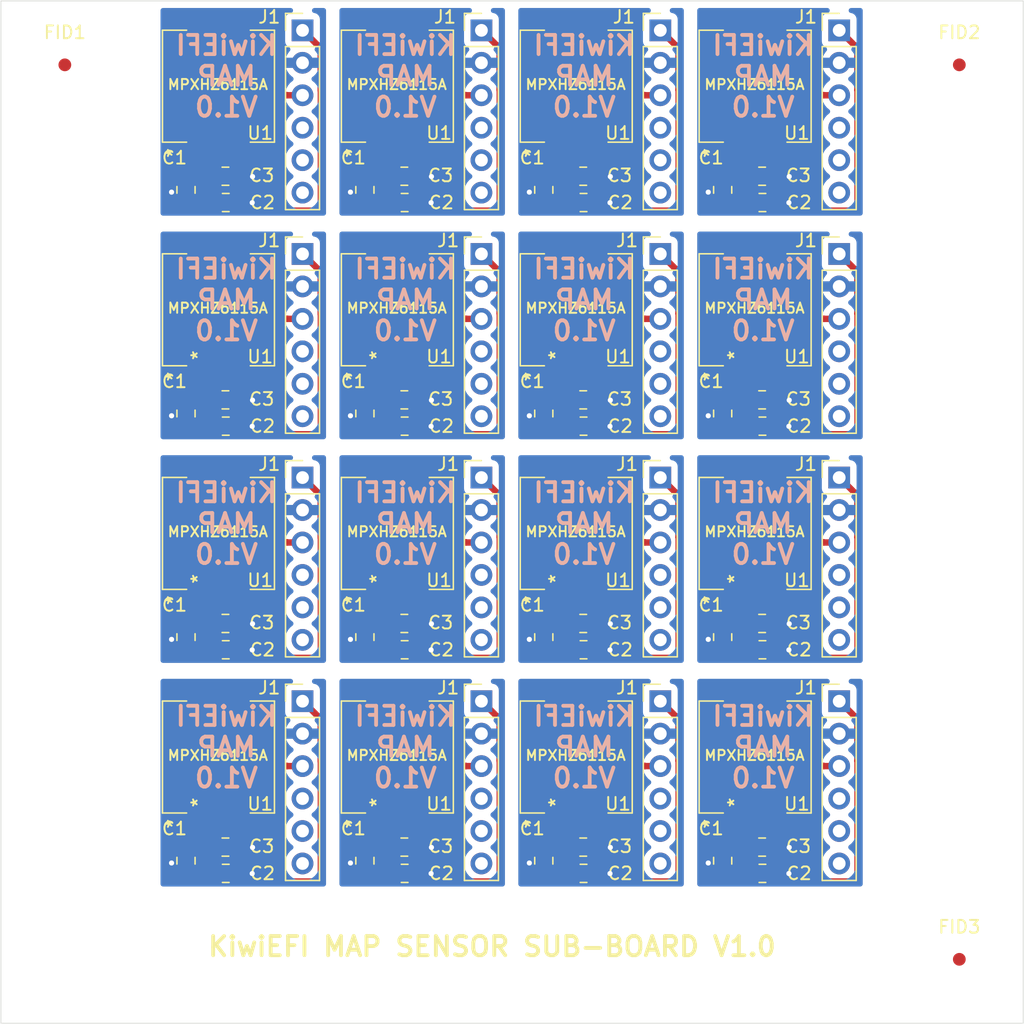
<source format=kicad_pcb>
(kicad_pcb (version 20171130) (host pcbnew "(5.1.0)-1")
  (layers (0 F.Cu signal) (31 B.Cu signal) (34 B.Paste user) (35 F.Paste user) (36 B.SilkS user) (37 F.SilkS user) (38 B.Mask user) (39 F.Mask user) (44 Edge.Cuts user))
  (net 0 "")
  (net 1 GND)
  (net 2 "Net-(C1-Pad1)")
  (net 3 "Net-(J1-Pad6)")
  (net 4 "Net-(J1-Pad5)")
  (net 5 "Net-(J1-Pad4)")
  (net 6 "Net-(J1-Pad1)")
  (net 7 "Net-(U1-Pad1)")
  (net 8 "Net-(U1-Pad5)")
  (net 9 "Net-(U1-Pad6)")
  (net 10 "Net-(U1-Pad7)")
  (net 11 "Net-(U1-Pad8)")
  (module Connector_PinHeader_2.54mm:PinHeader_1x06_P2.54mm_Vertical (layer F.Cu) (at 153.6 42.3)
    (fp_text reference J1 (at -2.6 -1.05) (layer F.SilkS))
    (fp_text value Conn_01x06_Male)
    (pad 6 thru_hole oval (at 0 12.7) (size 1.7 1.7) (drill 1) (layers *.Cu *.Mask) (net 3 "Net-(J1-Pad6)"))
    (pad 5 thru_hole oval (at 0 10.16) (size 1.7 1.7) (drill 1) (layers *.Cu *.Mask) (net 4 "Net-(J1-Pad5)"))
    (pad 4 thru_hole oval (at 0 7.62) (size 1.7 1.7) (drill 1) (layers *.Cu *.Mask) (net 5 "Net-(J1-Pad4)"))
    (pad 3 thru_hole oval (at 0 5.08) (size 1.7 1.7) (drill 1) (layers *.Cu *.Mask) (net 2 "Net-(C1-Pad1)"))
    (pad 2 thru_hole oval (at 0 2.54) (size 1.7 1.7) (drill 1) (layers *.Cu *.Mask) (net 1 GND))
    (pad 1 thru_hole rect (at 0 0) (size 1.7 1.7) (drill 1) (layers *.Cu *.Mask) (net 6 "Net-(J1-Pad1)"))
  )
  (module Connector_PinHeader_2.54mm:PinHeader_1x06_P2.54mm_Vertical (layer F.Cu) (at 167.6 42.3)
    (fp_text reference J1 (at -2.85 -1.05) (layer F.SilkS))
    (fp_text value Conn_01x06_Male)
    (pad 6 thru_hole oval (at 0 12.7) (size 1.7 1.7) (drill 1) (layers *.Cu *.Mask) (net 3 "Net-(J1-Pad6)"))
    (pad 5 thru_hole oval (at 0 10.16) (size 1.7 1.7) (drill 1) (layers *.Cu *.Mask) (net 4 "Net-(J1-Pad5)"))
    (pad 4 thru_hole oval (at 0 7.62) (size 1.7 1.7) (drill 1) (layers *.Cu *.Mask) (net 5 "Net-(J1-Pad4)"))
    (pad 3 thru_hole oval (at 0 5.08) (size 1.7 1.7) (drill 1) (layers *.Cu *.Mask) (net 2 "Net-(C1-Pad1)"))
    (pad 2 thru_hole oval (at 0 2.54) (size 1.7 1.7) (drill 1) (layers *.Cu *.Mask) (net 1 GND))
    (pad 1 thru_hole rect (at 0 0) (size 1.7 1.7) (drill 1) (layers *.Cu *.Mask) (net 6 "Net-(J1-Pad1)"))
  )
  (module Connector_PinHeader_2.54mm:PinHeader_1x06_P2.54mm_Vertical (layer F.Cu) (at 181.6 42.3)
    (fp_text reference J1 (at -2.85 -1.05) (layer F.SilkS))
    (fp_text value Conn_01x06_Male)
    (pad 6 thru_hole oval (at 0 12.7) (size 1.7 1.7) (drill 1) (layers *.Cu *.Mask) (net 3 "Net-(J1-Pad6)"))
    (pad 5 thru_hole oval (at 0 10.16) (size 1.7 1.7) (drill 1) (layers *.Cu *.Mask) (net 4 "Net-(J1-Pad5)"))
    (pad 4 thru_hole oval (at 0 7.62) (size 1.7 1.7) (drill 1) (layers *.Cu *.Mask) (net 5 "Net-(J1-Pad4)"))
    (pad 3 thru_hole oval (at 0 5.08) (size 1.7 1.7) (drill 1) (layers *.Cu *.Mask) (net 2 "Net-(C1-Pad1)"))
    (pad 2 thru_hole oval (at 0 2.54) (size 1.7 1.7) (drill 1) (layers *.Cu *.Mask) (net 1 GND))
    (pad 1 thru_hole rect (at 0 0) (size 1.7 1.7) (drill 1) (layers *.Cu *.Mask) (net 6 "Net-(J1-Pad1)"))
  )
  (module Connector_PinHeader_2.54mm:PinHeader_1x06_P2.54mm_Vertical (layer F.Cu) (at 195.6 42.3)
    (fp_text reference J1 (at -2.6 -1.05) (layer F.SilkS))
    (fp_text value Conn_01x06_Male)
    (pad 6 thru_hole oval (at 0 12.7) (size 1.7 1.7) (drill 1) (layers *.Cu *.Mask) (net 3 "Net-(J1-Pad6)"))
    (pad 5 thru_hole oval (at 0 10.16) (size 1.7 1.7) (drill 1) (layers *.Cu *.Mask) (net 4 "Net-(J1-Pad5)"))
    (pad 4 thru_hole oval (at 0 7.62) (size 1.7 1.7) (drill 1) (layers *.Cu *.Mask) (net 5 "Net-(J1-Pad4)"))
    (pad 3 thru_hole oval (at 0 5.08) (size 1.7 1.7) (drill 1) (layers *.Cu *.Mask) (net 2 "Net-(C1-Pad1)"))
    (pad 2 thru_hole oval (at 0 2.54) (size 1.7 1.7) (drill 1) (layers *.Cu *.Mask) (net 1 GND))
    (pad 1 thru_hole rect (at 0 0) (size 1.7 1.7) (drill 1) (layers *.Cu *.Mask) (net 6 "Net-(J1-Pad1)"))
  )
  (module Connector_PinHeader_2.54mm:PinHeader_1x06_P2.54mm_Vertical (layer F.Cu) (at 153.6 59.8)
    (fp_text reference J1 (at -2.6 -1.05) (layer F.SilkS))
    (fp_text value Conn_01x06_Male)
    (pad 6 thru_hole oval (at 0 12.7) (size 1.7 1.7) (drill 1) (layers *.Cu *.Mask) (net 3 "Net-(J1-Pad6)"))
    (pad 5 thru_hole oval (at 0 10.16) (size 1.7 1.7) (drill 1) (layers *.Cu *.Mask) (net 4 "Net-(J1-Pad5)"))
    (pad 4 thru_hole oval (at 0 7.62) (size 1.7 1.7) (drill 1) (layers *.Cu *.Mask) (net 5 "Net-(J1-Pad4)"))
    (pad 3 thru_hole oval (at 0 5.08) (size 1.7 1.7) (drill 1) (layers *.Cu *.Mask) (net 2 "Net-(C1-Pad1)"))
    (pad 2 thru_hole oval (at 0 2.54) (size 1.7 1.7) (drill 1) (layers *.Cu *.Mask) (net 1 GND))
    (pad 1 thru_hole rect (at 0 0) (size 1.7 1.7) (drill 1) (layers *.Cu *.Mask) (net 6 "Net-(J1-Pad1)"))
  )
  (module Connector_PinHeader_2.54mm:PinHeader_1x06_P2.54mm_Vertical (layer F.Cu) (at 167.6 59.8)
    (fp_text reference J1 (at -2.6 -1.05) (layer F.SilkS))
    (fp_text value Conn_01x06_Male)
    (pad 6 thru_hole oval (at 0 12.7) (size 1.7 1.7) (drill 1) (layers *.Cu *.Mask) (net 3 "Net-(J1-Pad6)"))
    (pad 5 thru_hole oval (at 0 10.16) (size 1.7 1.7) (drill 1) (layers *.Cu *.Mask) (net 4 "Net-(J1-Pad5)"))
    (pad 4 thru_hole oval (at 0 7.62) (size 1.7 1.7) (drill 1) (layers *.Cu *.Mask) (net 5 "Net-(J1-Pad4)"))
    (pad 3 thru_hole oval (at 0 5.08) (size 1.7 1.7) (drill 1) (layers *.Cu *.Mask) (net 2 "Net-(C1-Pad1)"))
    (pad 2 thru_hole oval (at 0 2.54) (size 1.7 1.7) (drill 1) (layers *.Cu *.Mask) (net 1 GND))
    (pad 1 thru_hole rect (at 0 0) (size 1.7 1.7) (drill 1) (layers *.Cu *.Mask) (net 6 "Net-(J1-Pad1)"))
  )
  (module Connector_PinHeader_2.54mm:PinHeader_1x06_P2.54mm_Vertical (layer F.Cu) (at 181.6 59.8)
    (fp_text reference J1 (at -2.6 -1.05) (layer F.SilkS))
    (fp_text value Conn_01x06_Male)
    (pad 6 thru_hole oval (at 0 12.7) (size 1.7 1.7) (drill 1) (layers *.Cu *.Mask) (net 3 "Net-(J1-Pad6)"))
    (pad 5 thru_hole oval (at 0 10.16) (size 1.7 1.7) (drill 1) (layers *.Cu *.Mask) (net 4 "Net-(J1-Pad5)"))
    (pad 4 thru_hole oval (at 0 7.62) (size 1.7 1.7) (drill 1) (layers *.Cu *.Mask) (net 5 "Net-(J1-Pad4)"))
    (pad 3 thru_hole oval (at 0 5.08) (size 1.7 1.7) (drill 1) (layers *.Cu *.Mask) (net 2 "Net-(C1-Pad1)"))
    (pad 2 thru_hole oval (at 0 2.54) (size 1.7 1.7) (drill 1) (layers *.Cu *.Mask) (net 1 GND))
    (pad 1 thru_hole rect (at 0 0) (size 1.7 1.7) (drill 1) (layers *.Cu *.Mask) (net 6 "Net-(J1-Pad1)"))
  )
  (module Connector_PinHeader_2.54mm:PinHeader_1x06_P2.54mm_Vertical (layer F.Cu) (at 195.6 59.8)
    (fp_text reference J1 (at -2.6 -1.05) (layer F.SilkS))
    (fp_text value Conn_01x06_Male)
    (pad 6 thru_hole oval (at 0 12.7) (size 1.7 1.7) (drill 1) (layers *.Cu *.Mask) (net 3 "Net-(J1-Pad6)"))
    (pad 5 thru_hole oval (at 0 10.16) (size 1.7 1.7) (drill 1) (layers *.Cu *.Mask) (net 4 "Net-(J1-Pad5)"))
    (pad 4 thru_hole oval (at 0 7.62) (size 1.7 1.7) (drill 1) (layers *.Cu *.Mask) (net 5 "Net-(J1-Pad4)"))
    (pad 3 thru_hole oval (at 0 5.08) (size 1.7 1.7) (drill 1) (layers *.Cu *.Mask) (net 2 "Net-(C1-Pad1)"))
    (pad 2 thru_hole oval (at 0 2.54) (size 1.7 1.7) (drill 1) (layers *.Cu *.Mask) (net 1 GND))
    (pad 1 thru_hole rect (at 0 0) (size 1.7 1.7) (drill 1) (layers *.Cu *.Mask) (net 6 "Net-(J1-Pad1)"))
  )
  (module Connector_PinHeader_2.54mm:PinHeader_1x06_P2.54mm_Vertical (layer F.Cu) (at 153.6 77.3)
    (fp_text reference J1 (at -2.6 -1.05) (layer F.SilkS))
    (fp_text value Conn_01x06_Male)
    (pad 6 thru_hole oval (at 0 12.7) (size 1.7 1.7) (drill 1) (layers *.Cu *.Mask) (net 3 "Net-(J1-Pad6)"))
    (pad 5 thru_hole oval (at 0 10.16) (size 1.7 1.7) (drill 1) (layers *.Cu *.Mask) (net 4 "Net-(J1-Pad5)"))
    (pad 4 thru_hole oval (at 0 7.62) (size 1.7 1.7) (drill 1) (layers *.Cu *.Mask) (net 5 "Net-(J1-Pad4)"))
    (pad 3 thru_hole oval (at 0 5.08) (size 1.7 1.7) (drill 1) (layers *.Cu *.Mask) (net 2 "Net-(C1-Pad1)"))
    (pad 2 thru_hole oval (at 0 2.54) (size 1.7 1.7) (drill 1) (layers *.Cu *.Mask) (net 1 GND))
    (pad 1 thru_hole rect (at 0 0) (size 1.7 1.7) (drill 1) (layers *.Cu *.Mask) (net 6 "Net-(J1-Pad1)"))
  )
  (module Connector_PinHeader_2.54mm:PinHeader_1x06_P2.54mm_Vertical (layer F.Cu) (at 167.6 77.3)
    (fp_text reference J1 (at -2.6 -1.05) (layer F.SilkS))
    (fp_text value Conn_01x06_Male)
    (pad 6 thru_hole oval (at 0 12.7) (size 1.7 1.7) (drill 1) (layers *.Cu *.Mask) (net 3 "Net-(J1-Pad6)"))
    (pad 5 thru_hole oval (at 0 10.16) (size 1.7 1.7) (drill 1) (layers *.Cu *.Mask) (net 4 "Net-(J1-Pad5)"))
    (pad 4 thru_hole oval (at 0 7.62) (size 1.7 1.7) (drill 1) (layers *.Cu *.Mask) (net 5 "Net-(J1-Pad4)"))
    (pad 3 thru_hole oval (at 0 5.08) (size 1.7 1.7) (drill 1) (layers *.Cu *.Mask) (net 2 "Net-(C1-Pad1)"))
    (pad 2 thru_hole oval (at 0 2.54) (size 1.7 1.7) (drill 1) (layers *.Cu *.Mask) (net 1 GND))
    (pad 1 thru_hole rect (at 0 0) (size 1.7 1.7) (drill 1) (layers *.Cu *.Mask) (net 6 "Net-(J1-Pad1)"))
  )
  (module Connector_PinHeader_2.54mm:PinHeader_1x06_P2.54mm_Vertical (layer F.Cu) (at 181.6 77.3)
    (fp_text reference J1 (at -2.6 -1.05) (layer F.SilkS))
    (fp_text value Conn_01x06_Male)
    (pad 6 thru_hole oval (at 0 12.7) (size 1.7 1.7) (drill 1) (layers *.Cu *.Mask) (net 3 "Net-(J1-Pad6)"))
    (pad 5 thru_hole oval (at 0 10.16) (size 1.7 1.7) (drill 1) (layers *.Cu *.Mask) (net 4 "Net-(J1-Pad5)"))
    (pad 4 thru_hole oval (at 0 7.62) (size 1.7 1.7) (drill 1) (layers *.Cu *.Mask) (net 5 "Net-(J1-Pad4)"))
    (pad 3 thru_hole oval (at 0 5.08) (size 1.7 1.7) (drill 1) (layers *.Cu *.Mask) (net 2 "Net-(C1-Pad1)"))
    (pad 2 thru_hole oval (at 0 2.54) (size 1.7 1.7) (drill 1) (layers *.Cu *.Mask) (net 1 GND))
    (pad 1 thru_hole rect (at 0 0) (size 1.7 1.7) (drill 1) (layers *.Cu *.Mask) (net 6 "Net-(J1-Pad1)"))
  )
  (module Connector_PinHeader_2.54mm:PinHeader_1x06_P2.54mm_Vertical (layer F.Cu) (at 195.6 77.3)
    (fp_text reference J1 (at -2.6 -1.05) (layer F.SilkS))
    (fp_text value Conn_01x06_Male)
    (pad 6 thru_hole oval (at 0 12.7) (size 1.7 1.7) (drill 1) (layers *.Cu *.Mask) (net 3 "Net-(J1-Pad6)"))
    (pad 5 thru_hole oval (at 0 10.16) (size 1.7 1.7) (drill 1) (layers *.Cu *.Mask) (net 4 "Net-(J1-Pad5)"))
    (pad 4 thru_hole oval (at 0 7.62) (size 1.7 1.7) (drill 1) (layers *.Cu *.Mask) (net 5 "Net-(J1-Pad4)"))
    (pad 3 thru_hole oval (at 0 5.08) (size 1.7 1.7) (drill 1) (layers *.Cu *.Mask) (net 2 "Net-(C1-Pad1)"))
    (pad 2 thru_hole oval (at 0 2.54) (size 1.7 1.7) (drill 1) (layers *.Cu *.Mask) (net 1 GND))
    (pad 1 thru_hole rect (at 0 0) (size 1.7 1.7) (drill 1) (layers *.Cu *.Mask) (net 6 "Net-(J1-Pad1)"))
  )
  (module Connector_PinHeader_2.54mm:PinHeader_1x06_P2.54mm_Vertical (layer F.Cu) (at 153.6 94.8)
    (fp_text reference J1 (at -2.6 -1.05) (layer F.SilkS))
    (fp_text value Conn_01x06_Male)
    (pad 6 thru_hole oval (at 0 12.7) (size 1.7 1.7) (drill 1) (layers *.Cu *.Mask) (net 3 "Net-(J1-Pad6)"))
    (pad 5 thru_hole oval (at 0 10.16) (size 1.7 1.7) (drill 1) (layers *.Cu *.Mask) (net 4 "Net-(J1-Pad5)"))
    (pad 4 thru_hole oval (at 0 7.62) (size 1.7 1.7) (drill 1) (layers *.Cu *.Mask) (net 5 "Net-(J1-Pad4)"))
    (pad 3 thru_hole oval (at 0 5.08) (size 1.7 1.7) (drill 1) (layers *.Cu *.Mask) (net 2 "Net-(C1-Pad1)"))
    (pad 2 thru_hole oval (at 0 2.54) (size 1.7 1.7) (drill 1) (layers *.Cu *.Mask) (net 1 GND))
    (pad 1 thru_hole rect (at 0 0) (size 1.7 1.7) (drill 1) (layers *.Cu *.Mask) (net 6 "Net-(J1-Pad1)"))
  )
  (module Connector_PinHeader_2.54mm:PinHeader_1x06_P2.54mm_Vertical (layer F.Cu) (at 167.6 94.8)
    (fp_text reference J1 (at -2.6 -1.05) (layer F.SilkS))
    (fp_text value Conn_01x06_Male)
    (pad 6 thru_hole oval (at 0 12.7) (size 1.7 1.7) (drill 1) (layers *.Cu *.Mask) (net 3 "Net-(J1-Pad6)"))
    (pad 5 thru_hole oval (at 0 10.16) (size 1.7 1.7) (drill 1) (layers *.Cu *.Mask) (net 4 "Net-(J1-Pad5)"))
    (pad 4 thru_hole oval (at 0 7.62) (size 1.7 1.7) (drill 1) (layers *.Cu *.Mask) (net 5 "Net-(J1-Pad4)"))
    (pad 3 thru_hole oval (at 0 5.08) (size 1.7 1.7) (drill 1) (layers *.Cu *.Mask) (net 2 "Net-(C1-Pad1)"))
    (pad 2 thru_hole oval (at 0 2.54) (size 1.7 1.7) (drill 1) (layers *.Cu *.Mask) (net 1 GND))
    (pad 1 thru_hole rect (at 0 0) (size 1.7 1.7) (drill 1) (layers *.Cu *.Mask) (net 6 "Net-(J1-Pad1)"))
  )
  (module Connector_PinHeader_2.54mm:PinHeader_1x06_P2.54mm_Vertical (layer F.Cu) (at 181.6 94.8)
    (fp_text reference J1 (at -2.6 -1.05) (layer F.SilkS))
    (fp_text value Conn_01x06_Male)
    (pad 6 thru_hole oval (at 0 12.7) (size 1.7 1.7) (drill 1) (layers *.Cu *.Mask) (net 3 "Net-(J1-Pad6)"))
    (pad 5 thru_hole oval (at 0 10.16) (size 1.7 1.7) (drill 1) (layers *.Cu *.Mask) (net 4 "Net-(J1-Pad5)"))
    (pad 4 thru_hole oval (at 0 7.62) (size 1.7 1.7) (drill 1) (layers *.Cu *.Mask) (net 5 "Net-(J1-Pad4)"))
    (pad 3 thru_hole oval (at 0 5.08) (size 1.7 1.7) (drill 1) (layers *.Cu *.Mask) (net 2 "Net-(C1-Pad1)"))
    (pad 2 thru_hole oval (at 0 2.54) (size 1.7 1.7) (drill 1) (layers *.Cu *.Mask) (net 1 GND))
    (pad 1 thru_hole rect (at 0 0) (size 1.7 1.7) (drill 1) (layers *.Cu *.Mask) (net 6 "Net-(J1-Pad1)"))
  )
  (module Connector_PinHeader_2.54mm:PinHeader_1x06_P2.54mm_Vertical (layer F.Cu) (at 195.6 94.8)
    (fp_text reference J1 (at -2.6 -1.05) (layer F.SilkS))
    (fp_text value Conn_01x06_Male)
    (pad 6 thru_hole oval (at 0 12.7) (size 1.7 1.7) (drill 1) (layers *.Cu *.Mask) (net 3 "Net-(J1-Pad6)"))
    (pad 5 thru_hole oval (at 0 10.16) (size 1.7 1.7) (drill 1) (layers *.Cu *.Mask) (net 4 "Net-(J1-Pad5)"))
    (pad 4 thru_hole oval (at 0 7.62) (size 1.7 1.7) (drill 1) (layers *.Cu *.Mask) (net 5 "Net-(J1-Pad4)"))
    (pad 3 thru_hole oval (at 0 5.08) (size 1.7 1.7) (drill 1) (layers *.Cu *.Mask) (net 2 "Net-(C1-Pad1)"))
    (pad 2 thru_hole oval (at 0 2.54) (size 1.7 1.7) (drill 1) (layers *.Cu *.Mask) (net 1 GND))
    (pad 1 thru_hole rect (at 0 0) (size 1.7 1.7) (drill 1) (layers *.Cu *.Mask) (net 6 "Net-(J1-Pad1)"))
  )
  (module _MyLibrary:MPXHZ6115AC6T1 (layer F.Cu) (at 189.0214 46.6688 90)
    (fp_text reference U1 (at -3.6703 3.2639 180) (layer F.SilkS))
    (fp_text value MPXHZ6115A (at 0.127 -0.0508 180) (layer F.SilkS) (effects (font (size 0.8 0.8))))
    (fp_text user * (at -5.22605 -3.556 90) (layer F.SilkS))
    (pad 1 smd rect (at -4.97205 -1.905 90) (size 1.4351 0.508) (layers F.Cu F.Paste F.Mask) (net 7 "Net-(U1-Pad1)"))
    (pad 2 smd rect (at -4.97205 -0.635 90) (size 1.4351 0.508) (layers F.Cu F.Paste F.Mask) (net 2 "Net-(C1-Pad1)"))
    (pad 3 smd rect (at -4.97205 0.635 90) (size 1.4351 0.508) (layers F.Cu F.Paste F.Mask) (net 1 GND))
    (pad 4 smd rect (at -4.97205 1.905 90) (size 1.4351 0.508) (layers F.Cu F.Paste F.Mask) (net 6 "Net-(J1-Pad1)"))
    (pad 5 smd rect (at 4.97205 1.905 90) (size 1.4351 0.508) (layers F.Cu F.Paste F.Mask) (net 8 "Net-(U1-Pad5)"))
    (pad 6 smd rect (at 4.97205 0.635 90) (size 1.4351 0.508) (layers F.Cu F.Paste F.Mask) (net 9 "Net-(U1-Pad6)"))
    (pad 7 smd rect (at 4.97205 -0.635 90) (size 1.4351 0.508) (layers F.Cu F.Paste F.Mask) (net 10 "Net-(U1-Pad7)"))
    (pad 8 smd rect (at 4.97205 -1.905 90) (size 1.4351 0.508) (layers F.Cu F.Paste F.Mask) (net 11 "Net-(U1-Pad8)"))
  )
  (module _MyLibrary:MPXHZ6115AC6T1 (layer F.Cu) (at 189.0214 99.1688 90)
    (fp_text reference U1 (at -3.6703 3.2639 180) (layer F.SilkS))
    (fp_text value MPXHZ6115A (at 0.127 -0.0508 180) (layer F.SilkS) (effects (font (size 0.8 0.8))))
    (fp_text user * (at -3.556 -1.5875 90) (layer F.SilkS))
    (fp_text user * (at -5.22605 -3.556 90) (layer F.SilkS))
    (pad 1 smd rect (at -4.97205 -1.905 90) (size 1.4351 0.508) (layers F.Cu F.Paste F.Mask) (net 7 "Net-(U1-Pad1)"))
    (pad 2 smd rect (at -4.97205 -0.635 90) (size 1.4351 0.508) (layers F.Cu F.Paste F.Mask) (net 2 "Net-(C1-Pad1)"))
    (pad 3 smd rect (at -4.97205 0.635 90) (size 1.4351 0.508) (layers F.Cu F.Paste F.Mask) (net 1 GND))
    (pad 4 smd rect (at -4.97205 1.905 90) (size 1.4351 0.508) (layers F.Cu F.Paste F.Mask) (net 6 "Net-(J1-Pad1)"))
    (pad 5 smd rect (at 4.97205 1.905 90) (size 1.4351 0.508) (layers F.Cu F.Paste F.Mask) (net 8 "Net-(U1-Pad5)"))
    (pad 6 smd rect (at 4.97205 0.635 90) (size 1.4351 0.508) (layers F.Cu F.Paste F.Mask) (net 9 "Net-(U1-Pad6)"))
    (pad 7 smd rect (at 4.97205 -0.635 90) (size 1.4351 0.508) (layers F.Cu F.Paste F.Mask) (net 10 "Net-(U1-Pad7)"))
    (pad 8 smd rect (at 4.97205 -1.905 90) (size 1.4351 0.508) (layers F.Cu F.Paste F.Mask) (net 11 "Net-(U1-Pad8)"))
  )
  (module _MyLibrary:MPXHZ6115AC6T1 (layer F.Cu) (at 175.0214 99.1688 90)
    (fp_text reference U1 (at -3.6703 3.2639 180) (layer F.SilkS))
    (fp_text value MPXHZ6115A (at 0.127 -0.0508 180) (layer F.SilkS) (effects (font (size 0.8 0.8))))
    (fp_text user * (at -3.556 -1.5875 90) (layer F.SilkS))
    (fp_text user * (at -5.22605 -3.556 90) (layer F.SilkS))
    (pad 1 smd rect (at -4.97205 -1.905 90) (size 1.4351 0.508) (layers F.Cu F.Paste F.Mask) (net 7 "Net-(U1-Pad1)"))
    (pad 2 smd rect (at -4.97205 -0.635 90) (size 1.4351 0.508) (layers F.Cu F.Paste F.Mask) (net 2 "Net-(C1-Pad1)"))
    (pad 3 smd rect (at -4.97205 0.635 90) (size 1.4351 0.508) (layers F.Cu F.Paste F.Mask) (net 1 GND))
    (pad 4 smd rect (at -4.97205 1.905 90) (size 1.4351 0.508) (layers F.Cu F.Paste F.Mask) (net 6 "Net-(J1-Pad1)"))
    (pad 5 smd rect (at 4.97205 1.905 90) (size 1.4351 0.508) (layers F.Cu F.Paste F.Mask) (net 8 "Net-(U1-Pad5)"))
    (pad 6 smd rect (at 4.97205 0.635 90) (size 1.4351 0.508) (layers F.Cu F.Paste F.Mask) (net 9 "Net-(U1-Pad6)"))
    (pad 7 smd rect (at 4.97205 -0.635 90) (size 1.4351 0.508) (layers F.Cu F.Paste F.Mask) (net 10 "Net-(U1-Pad7)"))
    (pad 8 smd rect (at 4.97205 -1.905 90) (size 1.4351 0.508) (layers F.Cu F.Paste F.Mask) (net 11 "Net-(U1-Pad8)"))
  )
  (module _MyLibrary:MPXHZ6115AC6T1 (layer F.Cu) (at 161.0214 99.1688 90)
    (fp_text reference U1 (at -3.6703 3.2639 180) (layer F.SilkS))
    (fp_text value MPXHZ6115A (at 0.127 -0.0508 180) (layer F.SilkS) (effects (font (size 0.8 0.8))))
    (fp_text user * (at -3.556 -1.5875 90) (layer F.SilkS))
    (fp_text user * (at -5.22605 -3.556 90) (layer F.SilkS))
    (pad 1 smd rect (at -4.97205 -1.905 90) (size 1.4351 0.508) (layers F.Cu F.Paste F.Mask) (net 7 "Net-(U1-Pad1)"))
    (pad 2 smd rect (at -4.97205 -0.635 90) (size 1.4351 0.508) (layers F.Cu F.Paste F.Mask) (net 2 "Net-(C1-Pad1)"))
    (pad 3 smd rect (at -4.97205 0.635 90) (size 1.4351 0.508) (layers F.Cu F.Paste F.Mask) (net 1 GND))
    (pad 4 smd rect (at -4.97205 1.905 90) (size 1.4351 0.508) (layers F.Cu F.Paste F.Mask) (net 6 "Net-(J1-Pad1)"))
    (pad 5 smd rect (at 4.97205 1.905 90) (size 1.4351 0.508) (layers F.Cu F.Paste F.Mask) (net 8 "Net-(U1-Pad5)"))
    (pad 6 smd rect (at 4.97205 0.635 90) (size 1.4351 0.508) (layers F.Cu F.Paste F.Mask) (net 9 "Net-(U1-Pad6)"))
    (pad 7 smd rect (at 4.97205 -0.635 90) (size 1.4351 0.508) (layers F.Cu F.Paste F.Mask) (net 10 "Net-(U1-Pad7)"))
    (pad 8 smd rect (at 4.97205 -1.905 90) (size 1.4351 0.508) (layers F.Cu F.Paste F.Mask) (net 11 "Net-(U1-Pad8)"))
  )
  (module _MyLibrary:MPXHZ6115AC6T1 (layer F.Cu) (at 147.0214 99.1688 90)
    (fp_text reference U1 (at -3.6703 3.2639 180) (layer F.SilkS))
    (fp_text value MPXHZ6115A (at 0.127 -0.0508 180) (layer F.SilkS) (effects (font (size 0.8 0.8))))
    (fp_text user * (at -3.556 -1.5875 90) (layer F.SilkS))
    (fp_text user * (at -5.22605 -3.556 90) (layer F.SilkS))
    (pad 1 smd rect (at -4.97205 -1.905 90) (size 1.4351 0.508) (layers F.Cu F.Paste F.Mask) (net 7 "Net-(U1-Pad1)"))
    (pad 2 smd rect (at -4.97205 -0.635 90) (size 1.4351 0.508) (layers F.Cu F.Paste F.Mask) (net 2 "Net-(C1-Pad1)"))
    (pad 3 smd rect (at -4.97205 0.635 90) (size 1.4351 0.508) (layers F.Cu F.Paste F.Mask) (net 1 GND))
    (pad 4 smd rect (at -4.97205 1.905 90) (size 1.4351 0.508) (layers F.Cu F.Paste F.Mask) (net 6 "Net-(J1-Pad1)"))
    (pad 5 smd rect (at 4.97205 1.905 90) (size 1.4351 0.508) (layers F.Cu F.Paste F.Mask) (net 8 "Net-(U1-Pad5)"))
    (pad 6 smd rect (at 4.97205 0.635 90) (size 1.4351 0.508) (layers F.Cu F.Paste F.Mask) (net 9 "Net-(U1-Pad6)"))
    (pad 7 smd rect (at 4.97205 -0.635 90) (size 1.4351 0.508) (layers F.Cu F.Paste F.Mask) (net 10 "Net-(U1-Pad7)"))
    (pad 8 smd rect (at 4.97205 -1.905 90) (size 1.4351 0.508) (layers F.Cu F.Paste F.Mask) (net 11 "Net-(U1-Pad8)"))
  )
  (module _MyLibrary:MPXHZ6115AC6T1 (layer F.Cu) (at 189.0214 81.6688 90)
    (fp_text reference U1 (at -3.6703 3.2639 180) (layer F.SilkS))
    (fp_text value MPXHZ6115A (at 0.127 -0.0508 180) (layer F.SilkS) (effects (font (size 0.8 0.8))))
    (fp_text user * (at -3.556 -1.5875 90) (layer F.SilkS))
    (fp_text user * (at -5.22605 -3.556 90) (layer F.SilkS))
    (pad 1 smd rect (at -4.97205 -1.905 90) (size 1.4351 0.508) (layers F.Cu F.Paste F.Mask) (net 7 "Net-(U1-Pad1)"))
    (pad 2 smd rect (at -4.97205 -0.635 90) (size 1.4351 0.508) (layers F.Cu F.Paste F.Mask) (net 2 "Net-(C1-Pad1)"))
    (pad 3 smd rect (at -4.97205 0.635 90) (size 1.4351 0.508) (layers F.Cu F.Paste F.Mask) (net 1 GND))
    (pad 4 smd rect (at -4.97205 1.905 90) (size 1.4351 0.508) (layers F.Cu F.Paste F.Mask) (net 6 "Net-(J1-Pad1)"))
    (pad 5 smd rect (at 4.97205 1.905 90) (size 1.4351 0.508) (layers F.Cu F.Paste F.Mask) (net 8 "Net-(U1-Pad5)"))
    (pad 6 smd rect (at 4.97205 0.635 90) (size 1.4351 0.508) (layers F.Cu F.Paste F.Mask) (net 9 "Net-(U1-Pad6)"))
    (pad 7 smd rect (at 4.97205 -0.635 90) (size 1.4351 0.508) (layers F.Cu F.Paste F.Mask) (net 10 "Net-(U1-Pad7)"))
    (pad 8 smd rect (at 4.97205 -1.905 90) (size 1.4351 0.508) (layers F.Cu F.Paste F.Mask) (net 11 "Net-(U1-Pad8)"))
  )
  (module _MyLibrary:MPXHZ6115AC6T1 (layer F.Cu) (at 175.0214 81.6688 90)
    (fp_text reference U1 (at -3.6703 3.2639 180) (layer F.SilkS))
    (fp_text value MPXHZ6115A (at 0.127 -0.0508 180) (layer F.SilkS) (effects (font (size 0.8 0.8))))
    (fp_text user * (at -3.556 -1.5875 90) (layer F.SilkS))
    (fp_text user * (at -5.22605 -3.556 90) (layer F.SilkS))
    (pad 1 smd rect (at -4.97205 -1.905 90) (size 1.4351 0.508) (layers F.Cu F.Paste F.Mask) (net 7 "Net-(U1-Pad1)"))
    (pad 2 smd rect (at -4.97205 -0.635 90) (size 1.4351 0.508) (layers F.Cu F.Paste F.Mask) (net 2 "Net-(C1-Pad1)"))
    (pad 3 smd rect (at -4.97205 0.635 90) (size 1.4351 0.508) (layers F.Cu F.Paste F.Mask) (net 1 GND))
    (pad 4 smd rect (at -4.97205 1.905 90) (size 1.4351 0.508) (layers F.Cu F.Paste F.Mask) (net 6 "Net-(J1-Pad1)"))
    (pad 5 smd rect (at 4.97205 1.905 90) (size 1.4351 0.508) (layers F.Cu F.Paste F.Mask) (net 8 "Net-(U1-Pad5)"))
    (pad 6 smd rect (at 4.97205 0.635 90) (size 1.4351 0.508) (layers F.Cu F.Paste F.Mask) (net 9 "Net-(U1-Pad6)"))
    (pad 7 smd rect (at 4.97205 -0.635 90) (size 1.4351 0.508) (layers F.Cu F.Paste F.Mask) (net 10 "Net-(U1-Pad7)"))
    (pad 8 smd rect (at 4.97205 -1.905 90) (size 1.4351 0.508) (layers F.Cu F.Paste F.Mask) (net 11 "Net-(U1-Pad8)"))
  )
  (module _MyLibrary:MPXHZ6115AC6T1 (layer F.Cu) (at 161.0214 81.6688 90)
    (fp_text reference U1 (at -3.6703 3.2639 180) (layer F.SilkS))
    (fp_text value MPXHZ6115A (at 0.127 -0.0508 180) (layer F.SilkS) (effects (font (size 0.8 0.8))))
    (fp_text user * (at -3.556 -1.5875 90) (layer F.SilkS))
    (fp_text user * (at -5.22605 -3.556 90) (layer F.SilkS))
    (pad 1 smd rect (at -4.97205 -1.905 90) (size 1.4351 0.508) (layers F.Cu F.Paste F.Mask) (net 7 "Net-(U1-Pad1)"))
    (pad 2 smd rect (at -4.97205 -0.635 90) (size 1.4351 0.508) (layers F.Cu F.Paste F.Mask) (net 2 "Net-(C1-Pad1)"))
    (pad 3 smd rect (at -4.97205 0.635 90) (size 1.4351 0.508) (layers F.Cu F.Paste F.Mask) (net 1 GND))
    (pad 4 smd rect (at -4.97205 1.905 90) (size 1.4351 0.508) (layers F.Cu F.Paste F.Mask) (net 6 "Net-(J1-Pad1)"))
    (pad 5 smd rect (at 4.97205 1.905 90) (size 1.4351 0.508) (layers F.Cu F.Paste F.Mask) (net 8 "Net-(U1-Pad5)"))
    (pad 6 smd rect (at 4.97205 0.635 90) (size 1.4351 0.508) (layers F.Cu F.Paste F.Mask) (net 9 "Net-(U1-Pad6)"))
    (pad 7 smd rect (at 4.97205 -0.635 90) (size 1.4351 0.508) (layers F.Cu F.Paste F.Mask) (net 10 "Net-(U1-Pad7)"))
    (pad 8 smd rect (at 4.97205 -1.905 90) (size 1.4351 0.508) (layers F.Cu F.Paste F.Mask) (net 11 "Net-(U1-Pad8)"))
  )
  (module _MyLibrary:MPXHZ6115AC6T1 (layer F.Cu) (at 147.0214 81.6688 90)
    (fp_text reference U1 (at -3.6703 3.2639 180) (layer F.SilkS))
    (fp_text value MPXHZ6115A (at 0.127 -0.0508 180) (layer F.SilkS) (effects (font (size 0.8 0.8))))
    (fp_text user * (at -3.556 -1.5875 90) (layer F.SilkS))
    (fp_text user * (at -5.22605 -3.556 90) (layer F.SilkS))
    (pad 1 smd rect (at -4.97205 -1.905 90) (size 1.4351 0.508) (layers F.Cu F.Paste F.Mask) (net 7 "Net-(U1-Pad1)"))
    (pad 2 smd rect (at -4.97205 -0.635 90) (size 1.4351 0.508) (layers F.Cu F.Paste F.Mask) (net 2 "Net-(C1-Pad1)"))
    (pad 3 smd rect (at -4.97205 0.635 90) (size 1.4351 0.508) (layers F.Cu F.Paste F.Mask) (net 1 GND))
    (pad 4 smd rect (at -4.97205 1.905 90) (size 1.4351 0.508) (layers F.Cu F.Paste F.Mask) (net 6 "Net-(J1-Pad1)"))
    (pad 5 smd rect (at 4.97205 1.905 90) (size 1.4351 0.508) (layers F.Cu F.Paste F.Mask) (net 8 "Net-(U1-Pad5)"))
    (pad 6 smd rect (at 4.97205 0.635 90) (size 1.4351 0.508) (layers F.Cu F.Paste F.Mask) (net 9 "Net-(U1-Pad6)"))
    (pad 7 smd rect (at 4.97205 -0.635 90) (size 1.4351 0.508) (layers F.Cu F.Paste F.Mask) (net 10 "Net-(U1-Pad7)"))
    (pad 8 smd rect (at 4.97205 -1.905 90) (size 1.4351 0.508) (layers F.Cu F.Paste F.Mask) (net 11 "Net-(U1-Pad8)"))
  )
  (module _MyLibrary:MPXHZ6115AC6T1 (layer F.Cu) (at 189.0214 64.1688 90)
    (fp_text reference U1 (at -3.6703 3.2639 180) (layer F.SilkS))
    (fp_text value MPXHZ6115A (at 0.127 -0.0508 180) (layer F.SilkS) (effects (font (size 0.8 0.8))))
    (fp_text user * (at -3.556 -1.5875 90) (layer F.SilkS))
    (fp_text user * (at -5.22605 -3.556 90) (layer F.SilkS))
    (pad 1 smd rect (at -4.97205 -1.905 90) (size 1.4351 0.508) (layers F.Cu F.Paste F.Mask) (net 7 "Net-(U1-Pad1)"))
    (pad 2 smd rect (at -4.97205 -0.635 90) (size 1.4351 0.508) (layers F.Cu F.Paste F.Mask) (net 2 "Net-(C1-Pad1)"))
    (pad 3 smd rect (at -4.97205 0.635 90) (size 1.4351 0.508) (layers F.Cu F.Paste F.Mask) (net 1 GND))
    (pad 4 smd rect (at -4.97205 1.905 90) (size 1.4351 0.508) (layers F.Cu F.Paste F.Mask) (net 6 "Net-(J1-Pad1)"))
    (pad 5 smd rect (at 4.97205 1.905 90) (size 1.4351 0.508) (layers F.Cu F.Paste F.Mask) (net 8 "Net-(U1-Pad5)"))
    (pad 6 smd rect (at 4.97205 0.635 90) (size 1.4351 0.508) (layers F.Cu F.Paste F.Mask) (net 9 "Net-(U1-Pad6)"))
    (pad 7 smd rect (at 4.97205 -0.635 90) (size 1.4351 0.508) (layers F.Cu F.Paste F.Mask) (net 10 "Net-(U1-Pad7)"))
    (pad 8 smd rect (at 4.97205 -1.905 90) (size 1.4351 0.508) (layers F.Cu F.Paste F.Mask) (net 11 "Net-(U1-Pad8)"))
  )
  (module _MyLibrary:MPXHZ6115AC6T1 (layer F.Cu) (at 175.0214 64.1688 90)
    (fp_text reference U1 (at -3.6703 3.2639 180) (layer F.SilkS))
    (fp_text value MPXHZ6115A (at 0.127 -0.0508 180) (layer F.SilkS) (effects (font (size 0.8 0.8))))
    (fp_text user * (at -3.556 -1.5875 90) (layer F.SilkS))
    (fp_text user * (at -5.22605 -3.556 90) (layer F.SilkS))
    (pad 1 smd rect (at -4.97205 -1.905 90) (size 1.4351 0.508) (layers F.Cu F.Paste F.Mask) (net 7 "Net-(U1-Pad1)"))
    (pad 2 smd rect (at -4.97205 -0.635 90) (size 1.4351 0.508) (layers F.Cu F.Paste F.Mask) (net 2 "Net-(C1-Pad1)"))
    (pad 3 smd rect (at -4.97205 0.635 90) (size 1.4351 0.508) (layers F.Cu F.Paste F.Mask) (net 1 GND))
    (pad 4 smd rect (at -4.97205 1.905 90) (size 1.4351 0.508) (layers F.Cu F.Paste F.Mask) (net 6 "Net-(J1-Pad1)"))
    (pad 5 smd rect (at 4.97205 1.905 90) (size 1.4351 0.508) (layers F.Cu F.Paste F.Mask) (net 8 "Net-(U1-Pad5)"))
    (pad 6 smd rect (at 4.97205 0.635 90) (size 1.4351 0.508) (layers F.Cu F.Paste F.Mask) (net 9 "Net-(U1-Pad6)"))
    (pad 7 smd rect (at 4.97205 -0.635 90) (size 1.4351 0.508) (layers F.Cu F.Paste F.Mask) (net 10 "Net-(U1-Pad7)"))
    (pad 8 smd rect (at 4.97205 -1.905 90) (size 1.4351 0.508) (layers F.Cu F.Paste F.Mask) (net 11 "Net-(U1-Pad8)"))
  )
  (module _MyLibrary:MPXHZ6115AC6T1 (layer F.Cu) (at 161.0214 64.1688 90)
    (fp_text reference U1 (at -3.6703 3.2639 180) (layer F.SilkS))
    (fp_text value MPXHZ6115A (at 0.127 -0.0508 180) (layer F.SilkS) (effects (font (size 0.8 0.8))))
    (fp_text user * (at -3.556 -1.5875 90) (layer F.SilkS))
    (fp_text user * (at -5.22605 -3.556 90) (layer F.SilkS))
    (pad 1 smd rect (at -4.97205 -1.905 90) (size 1.4351 0.508) (layers F.Cu F.Paste F.Mask) (net 7 "Net-(U1-Pad1)"))
    (pad 2 smd rect (at -4.97205 -0.635 90) (size 1.4351 0.508) (layers F.Cu F.Paste F.Mask) (net 2 "Net-(C1-Pad1)"))
    (pad 3 smd rect (at -4.97205 0.635 90) (size 1.4351 0.508) (layers F.Cu F.Paste F.Mask) (net 1 GND))
    (pad 4 smd rect (at -4.97205 1.905 90) (size 1.4351 0.508) (layers F.Cu F.Paste F.Mask) (net 6 "Net-(J1-Pad1)"))
    (pad 5 smd rect (at 4.97205 1.905 90) (size 1.4351 0.508) (layers F.Cu F.Paste F.Mask) (net 8 "Net-(U1-Pad5)"))
    (pad 6 smd rect (at 4.97205 0.635 90) (size 1.4351 0.508) (layers F.Cu F.Paste F.Mask) (net 9 "Net-(U1-Pad6)"))
    (pad 7 smd rect (at 4.97205 -0.635 90) (size 1.4351 0.508) (layers F.Cu F.Paste F.Mask) (net 10 "Net-(U1-Pad7)"))
    (pad 8 smd rect (at 4.97205 -1.905 90) (size 1.4351 0.508) (layers F.Cu F.Paste F.Mask) (net 11 "Net-(U1-Pad8)"))
  )
  (module _MyLibrary:MPXHZ6115AC6T1 (layer F.Cu) (at 147.0214 64.1688 90)
    (fp_text reference U1 (at -3.6703 3.2639 180) (layer F.SilkS))
    (fp_text value MPXHZ6115A (at 0.127 -0.0508 180) (layer F.SilkS) (effects (font (size 0.8 0.8))))
    (fp_text user * (at -3.556 -1.5875 90) (layer F.SilkS))
    (fp_text user * (at -5.22605 -3.556 90) (layer F.SilkS))
    (pad 1 smd rect (at -4.97205 -1.905 90) (size 1.4351 0.508) (layers F.Cu F.Paste F.Mask) (net 7 "Net-(U1-Pad1)"))
    (pad 2 smd rect (at -4.97205 -0.635 90) (size 1.4351 0.508) (layers F.Cu F.Paste F.Mask) (net 2 "Net-(C1-Pad1)"))
    (pad 3 smd rect (at -4.97205 0.635 90) (size 1.4351 0.508) (layers F.Cu F.Paste F.Mask) (net 1 GND))
    (pad 4 smd rect (at -4.97205 1.905 90) (size 1.4351 0.508) (layers F.Cu F.Paste F.Mask) (net 6 "Net-(J1-Pad1)"))
    (pad 5 smd rect (at 4.97205 1.905 90) (size 1.4351 0.508) (layers F.Cu F.Paste F.Mask) (net 8 "Net-(U1-Pad5)"))
    (pad 6 smd rect (at 4.97205 0.635 90) (size 1.4351 0.508) (layers F.Cu F.Paste F.Mask) (net 9 "Net-(U1-Pad6)"))
    (pad 7 smd rect (at 4.97205 -0.635 90) (size 1.4351 0.508) (layers F.Cu F.Paste F.Mask) (net 10 "Net-(U1-Pad7)"))
    (pad 8 smd rect (at 4.97205 -1.905 90) (size 1.4351 0.508) (layers F.Cu F.Paste F.Mask) (net 11 "Net-(U1-Pad8)"))
  )
  (module _MyLibrary:MPXHZ6115AC6T1 (layer F.Cu) (at 175.0214 46.6688 90)
    (fp_text reference U1 (at -3.6703 3.2639 180) (layer F.SilkS))
    (fp_text value MPXHZ6115A (at 0.127 -0.0508 180) (layer F.SilkS) (effects (font (size 0.8 0.8))))
    (fp_text user * (at -5.22605 -3.556 90) (layer F.SilkS))
    (pad 1 smd rect (at -4.97205 -1.905 90) (size 1.4351 0.508) (layers F.Cu F.Paste F.Mask) (net 7 "Net-(U1-Pad1)"))
    (pad 2 smd rect (at -4.97205 -0.635 90) (size 1.4351 0.508) (layers F.Cu F.Paste F.Mask) (net 2 "Net-(C1-Pad1)"))
    (pad 3 smd rect (at -4.97205 0.635 90) (size 1.4351 0.508) (layers F.Cu F.Paste F.Mask) (net 1 GND))
    (pad 4 smd rect (at -4.97205 1.905 90) (size 1.4351 0.508) (layers F.Cu F.Paste F.Mask) (net 6 "Net-(J1-Pad1)"))
    (pad 5 smd rect (at 4.97205 1.905 90) (size 1.4351 0.508) (layers F.Cu F.Paste F.Mask) (net 8 "Net-(U1-Pad5)"))
    (pad 6 smd rect (at 4.97205 0.635 90) (size 1.4351 0.508) (layers F.Cu F.Paste F.Mask) (net 9 "Net-(U1-Pad6)"))
    (pad 7 smd rect (at 4.97205 -0.635 90) (size 1.4351 0.508) (layers F.Cu F.Paste F.Mask) (net 10 "Net-(U1-Pad7)"))
    (pad 8 smd rect (at 4.97205 -1.905 90) (size 1.4351 0.508) (layers F.Cu F.Paste F.Mask) (net 11 "Net-(U1-Pad8)"))
  )
  (module _MyLibrary:MPXHZ6115AC6T1 (layer F.Cu) (at 161.0214 46.6688 90)
    (fp_text reference U1 (at -3.6703 3.2639 180) (layer F.SilkS))
    (fp_text value MPXHZ6115A (at 0.127 -0.0508 180) (layer F.SilkS) (effects (font (size 0.8 0.8))))
    (fp_text user * (at -5.22605 -3.556 90) (layer F.SilkS))
    (pad 1 smd rect (at -4.97205 -1.905 90) (size 1.4351 0.508) (layers F.Cu F.Paste F.Mask) (net 7 "Net-(U1-Pad1)"))
    (pad 2 smd rect (at -4.97205 -0.635 90) (size 1.4351 0.508) (layers F.Cu F.Paste F.Mask) (net 2 "Net-(C1-Pad1)"))
    (pad 3 smd rect (at -4.97205 0.635 90) (size 1.4351 0.508) (layers F.Cu F.Paste F.Mask) (net 1 GND))
    (pad 4 smd rect (at -4.97205 1.905 90) (size 1.4351 0.508) (layers F.Cu F.Paste F.Mask) (net 6 "Net-(J1-Pad1)"))
    (pad 5 smd rect (at 4.97205 1.905 90) (size 1.4351 0.508) (layers F.Cu F.Paste F.Mask) (net 8 "Net-(U1-Pad5)"))
    (pad 6 smd rect (at 4.97205 0.635 90) (size 1.4351 0.508) (layers F.Cu F.Paste F.Mask) (net 9 "Net-(U1-Pad6)"))
    (pad 7 smd rect (at 4.97205 -0.635 90) (size 1.4351 0.508) (layers F.Cu F.Paste F.Mask) (net 10 "Net-(U1-Pad7)"))
    (pad 8 smd rect (at 4.97205 -1.905 90) (size 1.4351 0.508) (layers F.Cu F.Paste F.Mask) (net 11 "Net-(U1-Pad8)"))
  )
  (module _MyLibrary:MPXHZ6115AC6T1 (layer F.Cu) (at 147.0214 46.6688 90)
    (fp_text reference U1 (at -3.6703 3.2639 180) (layer F.SilkS))
    (fp_text value MPXHZ6115A (at 0.127 -0.0508 180) (layer F.SilkS) (effects (font (size 0.8 0.8))))
    (fp_text user * (at -5.22605 -3.556 90) (layer F.SilkS))
    (pad 1 smd rect (at -4.97205 -1.905 90) (size 1.4351 0.508) (layers F.Cu F.Paste F.Mask) (net 7 "Net-(U1-Pad1)"))
    (pad 2 smd rect (at -4.97205 -0.635 90) (size 1.4351 0.508) (layers F.Cu F.Paste F.Mask) (net 2 "Net-(C1-Pad1)"))
    (pad 3 smd rect (at -4.97205 0.635 90) (size 1.4351 0.508) (layers F.Cu F.Paste F.Mask) (net 1 GND))
    (pad 4 smd rect (at -4.97205 1.905 90) (size 1.4351 0.508) (layers F.Cu F.Paste F.Mask) (net 6 "Net-(J1-Pad1)"))
    (pad 5 smd rect (at 4.97205 1.905 90) (size 1.4351 0.508) (layers F.Cu F.Paste F.Mask) (net 8 "Net-(U1-Pad5)"))
    (pad 6 smd rect (at 4.97205 0.635 90) (size 1.4351 0.508) (layers F.Cu F.Paste F.Mask) (net 9 "Net-(U1-Pad6)"))
    (pad 7 smd rect (at 4.97205 -0.635 90) (size 1.4351 0.508) (layers F.Cu F.Paste F.Mask) (net 10 "Net-(U1-Pad7)"))
    (pad 8 smd rect (at 4.97205 -1.905 90) (size 1.4351 0.508) (layers F.Cu F.Paste F.Mask) (net 11 "Net-(U1-Pad8)"))
  )
  (module Capacitor_SMD:C_0805_2012Metric_Pad1.15x1.40mm_HandSolder (layer F.Cu) (at 186.4814 107.2841 270)
    (fp_text reference C1 (at -2.5146 0.9017) (layer F.SilkS))
    (fp_text value 1UF)
    (pad 1 smd roundrect (at -1.025 0 270) (size 1.15 1.4) (layers F.Cu F.Paste F.Mask) (roundrect_rratio 0.217391) (net 2 "Net-(C1-Pad1)"))
    (pad 2 smd roundrect (at 1.025 0 270) (size 1.15 1.4) (layers F.Cu F.Paste F.Mask) (roundrect_rratio 0.217391) (net 1 GND))
  )
  (module Capacitor_SMD:C_0805_2012Metric_Pad1.15x1.40mm_HandSolder (layer F.Cu) (at 189.5675 106.2173)
    (fp_text reference C3 (at 2.8448 -0.0635) (layer F.SilkS))
    (fp_text value 10N)
    (pad 1 smd roundrect (at -1.025 0) (size 1.15 1.4) (layers F.Cu F.Paste F.Mask) (roundrect_rratio 0.217391) (net 2 "Net-(C1-Pad1)"))
    (pad 2 smd roundrect (at 1.025 0) (size 1.15 1.4) (layers F.Cu F.Paste F.Mask) (roundrect_rratio 0.217391) (net 1 GND))
  )
  (module Capacitor_SMD:C_0805_2012Metric_Pad1.15x1.40mm_HandSolder (layer F.Cu) (at 189.5929 108.2747)
    (fp_text reference C2 (at 2.8702 0) (layer F.SilkS))
    (fp_text value 100N)
    (pad 1 smd roundrect (at -1.025 0) (size 1.15 1.4) (layers F.Cu F.Paste F.Mask) (roundrect_rratio 0.217391) (net 2 "Net-(C1-Pad1)"))
    (pad 2 smd roundrect (at 1.025 0) (size 1.15 1.4) (layers F.Cu F.Paste F.Mask) (roundrect_rratio 0.217391) (net 1 GND))
  )
  (module Capacitor_SMD:C_0805_2012Metric_Pad1.15x1.40mm_HandSolder (layer F.Cu) (at 175.5675 106.2173)
    (fp_text reference C3 (at 2.8448 -0.0635) (layer F.SilkS))
    (fp_text value 10N)
    (pad 1 smd roundrect (at -1.025 0) (size 1.15 1.4) (layers F.Cu F.Paste F.Mask) (roundrect_rratio 0.217391) (net 2 "Net-(C1-Pad1)"))
    (pad 2 smd roundrect (at 1.025 0) (size 1.15 1.4) (layers F.Cu F.Paste F.Mask) (roundrect_rratio 0.217391) (net 1 GND))
  )
  (module Capacitor_SMD:C_0805_2012Metric_Pad1.15x1.40mm_HandSolder (layer F.Cu) (at 175.5929 108.2747)
    (fp_text reference C2 (at 2.8702 0) (layer F.SilkS))
    (fp_text value 100N)
    (pad 1 smd roundrect (at -1.025 0) (size 1.15 1.4) (layers F.Cu F.Paste F.Mask) (roundrect_rratio 0.217391) (net 2 "Net-(C1-Pad1)"))
    (pad 2 smd roundrect (at 1.025 0) (size 1.15 1.4) (layers F.Cu F.Paste F.Mask) (roundrect_rratio 0.217391) (net 1 GND))
  )
  (module Capacitor_SMD:C_0805_2012Metric_Pad1.15x1.40mm_HandSolder (layer F.Cu) (at 158.4814 107.2841 270)
    (fp_text reference C1 (at -2.5146 0.9017) (layer F.SilkS))
    (fp_text value 1UF)
    (pad 1 smd roundrect (at -1.025 0 270) (size 1.15 1.4) (layers F.Cu F.Paste F.Mask) (roundrect_rratio 0.217391) (net 2 "Net-(C1-Pad1)"))
    (pad 2 smd roundrect (at 1.025 0 270) (size 1.15 1.4) (layers F.Cu F.Paste F.Mask) (roundrect_rratio 0.217391) (net 1 GND))
  )
  (module Capacitor_SMD:C_0805_2012Metric_Pad1.15x1.40mm_HandSolder (layer F.Cu) (at 161.5675 106.2173)
    (fp_text reference C3 (at 2.8448 -0.0635) (layer F.SilkS))
    (fp_text value 10N)
    (pad 1 smd roundrect (at -1.025 0) (size 1.15 1.4) (layers F.Cu F.Paste F.Mask) (roundrect_rratio 0.217391) (net 2 "Net-(C1-Pad1)"))
    (pad 2 smd roundrect (at 1.025 0) (size 1.15 1.4) (layers F.Cu F.Paste F.Mask) (roundrect_rratio 0.217391) (net 1 GND))
  )
  (module Capacitor_SMD:C_0805_2012Metric_Pad1.15x1.40mm_HandSolder (layer F.Cu) (at 161.5929 108.2747)
    (fp_text reference C2 (at 2.8702 0) (layer F.SilkS))
    (fp_text value 100N)
    (pad 1 smd roundrect (at -1.025 0) (size 1.15 1.4) (layers F.Cu F.Paste F.Mask) (roundrect_rratio 0.217391) (net 2 "Net-(C1-Pad1)"))
    (pad 2 smd roundrect (at 1.025 0) (size 1.15 1.4) (layers F.Cu F.Paste F.Mask) (roundrect_rratio 0.217391) (net 1 GND))
  )
  (module Capacitor_SMD:C_0805_2012Metric_Pad1.15x1.40mm_HandSolder (layer F.Cu) (at 147.5929 108.2747)
    (fp_text reference C2 (at 2.8702 0) (layer F.SilkS))
    (fp_text value 100N)
    (pad 1 smd roundrect (at -1.025 0) (size 1.15 1.4) (layers F.Cu F.Paste F.Mask) (roundrect_rratio 0.217391) (net 2 "Net-(C1-Pad1)"))
    (pad 2 smd roundrect (at 1.025 0) (size 1.15 1.4) (layers F.Cu F.Paste F.Mask) (roundrect_rratio 0.217391) (net 1 GND))
  )
  (module Capacitor_SMD:C_0805_2012Metric_Pad1.15x1.40mm_HandSolder (layer F.Cu) (at 144.4814 107.2841 270)
    (fp_text reference C1 (at -2.5146 0.9017) (layer F.SilkS))
    (fp_text value 1UF)
    (pad 1 smd roundrect (at -1.025 0 270) (size 1.15 1.4) (layers F.Cu F.Paste F.Mask) (roundrect_rratio 0.217391) (net 2 "Net-(C1-Pad1)"))
    (pad 2 smd roundrect (at 1.025 0 270) (size 1.15 1.4) (layers F.Cu F.Paste F.Mask) (roundrect_rratio 0.217391) (net 1 GND))
  )
  (module Capacitor_SMD:C_0805_2012Metric_Pad1.15x1.40mm_HandSolder (layer F.Cu) (at 147.5675 106.2173)
    (fp_text reference C3 (at 2.8448 -0.0635) (layer F.SilkS))
    (fp_text value 10N)
    (pad 1 smd roundrect (at -1.025 0) (size 1.15 1.4) (layers F.Cu F.Paste F.Mask) (roundrect_rratio 0.217391) (net 2 "Net-(C1-Pad1)"))
    (pad 2 smd roundrect (at 1.025 0) (size 1.15 1.4) (layers F.Cu F.Paste F.Mask) (roundrect_rratio 0.217391) (net 1 GND))
  )
  (module Capacitor_SMD:C_0805_2012Metric_Pad1.15x1.40mm_HandSolder (layer F.Cu) (at 172.4814 107.2841 270)
    (fp_text reference C1 (at -2.5146 0.9017) (layer F.SilkS))
    (fp_text value 1UF)
    (pad 1 smd roundrect (at -1.025 0 270) (size 1.15 1.4) (layers F.Cu F.Paste F.Mask) (roundrect_rratio 0.217391) (net 2 "Net-(C1-Pad1)"))
    (pad 2 smd roundrect (at 1.025 0 270) (size 1.15 1.4) (layers F.Cu F.Paste F.Mask) (roundrect_rratio 0.217391) (net 1 GND))
  )
  (module Capacitor_SMD:C_0805_2012Metric_Pad1.15x1.40mm_HandSolder (layer F.Cu) (at 186.4814 89.7841 270)
    (fp_text reference C1 (at -2.5146 0.9017) (layer F.SilkS))
    (fp_text value 1UF)
    (pad 1 smd roundrect (at -1.025 0 270) (size 1.15 1.4) (layers F.Cu F.Paste F.Mask) (roundrect_rratio 0.217391) (net 2 "Net-(C1-Pad1)"))
    (pad 2 smd roundrect (at 1.025 0 270) (size 1.15 1.4) (layers F.Cu F.Paste F.Mask) (roundrect_rratio 0.217391) (net 1 GND))
  )
  (module Capacitor_SMD:C_0805_2012Metric_Pad1.15x1.40mm_HandSolder (layer F.Cu) (at 189.5675 88.7173)
    (fp_text reference C3 (at 2.8448 -0.0635) (layer F.SilkS))
    (fp_text value 10N)
    (pad 1 smd roundrect (at -1.025 0) (size 1.15 1.4) (layers F.Cu F.Paste F.Mask) (roundrect_rratio 0.217391) (net 2 "Net-(C1-Pad1)"))
    (pad 2 smd roundrect (at 1.025 0) (size 1.15 1.4) (layers F.Cu F.Paste F.Mask) (roundrect_rratio 0.217391) (net 1 GND))
  )
  (module Capacitor_SMD:C_0805_2012Metric_Pad1.15x1.40mm_HandSolder (layer F.Cu) (at 189.5929 90.7747)
    (fp_text reference C2 (at 2.8702 0) (layer F.SilkS))
    (fp_text value 100N)
    (pad 1 smd roundrect (at -1.025 0) (size 1.15 1.4) (layers F.Cu F.Paste F.Mask) (roundrect_rratio 0.217391) (net 2 "Net-(C1-Pad1)"))
    (pad 2 smd roundrect (at 1.025 0) (size 1.15 1.4) (layers F.Cu F.Paste F.Mask) (roundrect_rratio 0.217391) (net 1 GND))
  )
  (module Capacitor_SMD:C_0805_2012Metric_Pad1.15x1.40mm_HandSolder (layer F.Cu) (at 175.5675 88.7173)
    (fp_text reference C3 (at 2.8448 -0.0635) (layer F.SilkS))
    (fp_text value 10N)
    (pad 1 smd roundrect (at -1.025 0) (size 1.15 1.4) (layers F.Cu F.Paste F.Mask) (roundrect_rratio 0.217391) (net 2 "Net-(C1-Pad1)"))
    (pad 2 smd roundrect (at 1.025 0) (size 1.15 1.4) (layers F.Cu F.Paste F.Mask) (roundrect_rratio 0.217391) (net 1 GND))
  )
  (module Capacitor_SMD:C_0805_2012Metric_Pad1.15x1.40mm_HandSolder (layer F.Cu) (at 175.5929 90.7747)
    (fp_text reference C2 (at 2.8702 0) (layer F.SilkS))
    (fp_text value 100N)
    (pad 1 smd roundrect (at -1.025 0) (size 1.15 1.4) (layers F.Cu F.Paste F.Mask) (roundrect_rratio 0.217391) (net 2 "Net-(C1-Pad1)"))
    (pad 2 smd roundrect (at 1.025 0) (size 1.15 1.4) (layers F.Cu F.Paste F.Mask) (roundrect_rratio 0.217391) (net 1 GND))
  )
  (module Capacitor_SMD:C_0805_2012Metric_Pad1.15x1.40mm_HandSolder (layer F.Cu) (at 158.4814 89.7841 270)
    (fp_text reference C1 (at -2.5146 0.9017) (layer F.SilkS))
    (fp_text value 1UF)
    (pad 1 smd roundrect (at -1.025 0 270) (size 1.15 1.4) (layers F.Cu F.Paste F.Mask) (roundrect_rratio 0.217391) (net 2 "Net-(C1-Pad1)"))
    (pad 2 smd roundrect (at 1.025 0 270) (size 1.15 1.4) (layers F.Cu F.Paste F.Mask) (roundrect_rratio 0.217391) (net 1 GND))
  )
  (module Capacitor_SMD:C_0805_2012Metric_Pad1.15x1.40mm_HandSolder (layer F.Cu) (at 161.5675 88.7173)
    (fp_text reference C3 (at 2.8448 -0.0635) (layer F.SilkS))
    (fp_text value 10N)
    (pad 1 smd roundrect (at -1.025 0) (size 1.15 1.4) (layers F.Cu F.Paste F.Mask) (roundrect_rratio 0.217391) (net 2 "Net-(C1-Pad1)"))
    (pad 2 smd roundrect (at 1.025 0) (size 1.15 1.4) (layers F.Cu F.Paste F.Mask) (roundrect_rratio 0.217391) (net 1 GND))
  )
  (module Capacitor_SMD:C_0805_2012Metric_Pad1.15x1.40mm_HandSolder (layer F.Cu) (at 161.5929 90.7747)
    (fp_text reference C2 (at 2.8702 0) (layer F.SilkS))
    (fp_text value 100N)
    (pad 1 smd roundrect (at -1.025 0) (size 1.15 1.4) (layers F.Cu F.Paste F.Mask) (roundrect_rratio 0.217391) (net 2 "Net-(C1-Pad1)"))
    (pad 2 smd roundrect (at 1.025 0) (size 1.15 1.4) (layers F.Cu F.Paste F.Mask) (roundrect_rratio 0.217391) (net 1 GND))
  )
  (module Capacitor_SMD:C_0805_2012Metric_Pad1.15x1.40mm_HandSolder (layer F.Cu) (at 147.5929 90.7747)
    (fp_text reference C2 (at 2.8702 0) (layer F.SilkS))
    (fp_text value 100N)
    (pad 1 smd roundrect (at -1.025 0) (size 1.15 1.4) (layers F.Cu F.Paste F.Mask) (roundrect_rratio 0.217391) (net 2 "Net-(C1-Pad1)"))
    (pad 2 smd roundrect (at 1.025 0) (size 1.15 1.4) (layers F.Cu F.Paste F.Mask) (roundrect_rratio 0.217391) (net 1 GND))
  )
  (module Capacitor_SMD:C_0805_2012Metric_Pad1.15x1.40mm_HandSolder (layer F.Cu) (at 144.4814 89.7841 270)
    (fp_text reference C1 (at -2.5146 0.9017) (layer F.SilkS))
    (fp_text value 1UF)
    (pad 1 smd roundrect (at -1.025 0 270) (size 1.15 1.4) (layers F.Cu F.Paste F.Mask) (roundrect_rratio 0.217391) (net 2 "Net-(C1-Pad1)"))
    (pad 2 smd roundrect (at 1.025 0 270) (size 1.15 1.4) (layers F.Cu F.Paste F.Mask) (roundrect_rratio 0.217391) (net 1 GND))
  )
  (module Capacitor_SMD:C_0805_2012Metric_Pad1.15x1.40mm_HandSolder (layer F.Cu) (at 147.5675 88.7173)
    (fp_text reference C3 (at 2.8448 -0.0635) (layer F.SilkS))
    (fp_text value 10N)
    (pad 1 smd roundrect (at -1.025 0) (size 1.15 1.4) (layers F.Cu F.Paste F.Mask) (roundrect_rratio 0.217391) (net 2 "Net-(C1-Pad1)"))
    (pad 2 smd roundrect (at 1.025 0) (size 1.15 1.4) (layers F.Cu F.Paste F.Mask) (roundrect_rratio 0.217391) (net 1 GND))
  )
  (module Capacitor_SMD:C_0805_2012Metric_Pad1.15x1.40mm_HandSolder (layer F.Cu) (at 172.4814 89.7841 270)
    (fp_text reference C1 (at -2.5146 0.9017) (layer F.SilkS))
    (fp_text value 1UF)
    (pad 1 smd roundrect (at -1.025 0 270) (size 1.15 1.4) (layers F.Cu F.Paste F.Mask) (roundrect_rratio 0.217391) (net 2 "Net-(C1-Pad1)"))
    (pad 2 smd roundrect (at 1.025 0 270) (size 1.15 1.4) (layers F.Cu F.Paste F.Mask) (roundrect_rratio 0.217391) (net 1 GND))
  )
  (module Capacitor_SMD:C_0805_2012Metric_Pad1.15x1.40mm_HandSolder (layer F.Cu) (at 186.4814 72.2841 270)
    (fp_text reference C1 (at -2.5146 0.9017) (layer F.SilkS))
    (fp_text value 1UF)
    (pad 1 smd roundrect (at -1.025 0 270) (size 1.15 1.4) (layers F.Cu F.Paste F.Mask) (roundrect_rratio 0.217391) (net 2 "Net-(C1-Pad1)"))
    (pad 2 smd roundrect (at 1.025 0 270) (size 1.15 1.4) (layers F.Cu F.Paste F.Mask) (roundrect_rratio 0.217391) (net 1 GND))
  )
  (module Capacitor_SMD:C_0805_2012Metric_Pad1.15x1.40mm_HandSolder (layer F.Cu) (at 189.5675 71.2173)
    (fp_text reference C3 (at 2.8448 -0.0635) (layer F.SilkS))
    (fp_text value 10N)
    (pad 1 smd roundrect (at -1.025 0) (size 1.15 1.4) (layers F.Cu F.Paste F.Mask) (roundrect_rratio 0.217391) (net 2 "Net-(C1-Pad1)"))
    (pad 2 smd roundrect (at 1.025 0) (size 1.15 1.4) (layers F.Cu F.Paste F.Mask) (roundrect_rratio 0.217391) (net 1 GND))
  )
  (module Capacitor_SMD:C_0805_2012Metric_Pad1.15x1.40mm_HandSolder (layer F.Cu) (at 189.5929 73.2747)
    (fp_text reference C2 (at 2.8702 0) (layer F.SilkS))
    (fp_text value 100N)
    (pad 1 smd roundrect (at -1.025 0) (size 1.15 1.4) (layers F.Cu F.Paste F.Mask) (roundrect_rratio 0.217391) (net 2 "Net-(C1-Pad1)"))
    (pad 2 smd roundrect (at 1.025 0) (size 1.15 1.4) (layers F.Cu F.Paste F.Mask) (roundrect_rratio 0.217391) (net 1 GND))
  )
  (module Capacitor_SMD:C_0805_2012Metric_Pad1.15x1.40mm_HandSolder (layer F.Cu) (at 175.5675 71.2173)
    (fp_text reference C3 (at 2.8448 -0.0635) (layer F.SilkS))
    (fp_text value 10N)
    (pad 1 smd roundrect (at -1.025 0) (size 1.15 1.4) (layers F.Cu F.Paste F.Mask) (roundrect_rratio 0.217391) (net 2 "Net-(C1-Pad1)"))
    (pad 2 smd roundrect (at 1.025 0) (size 1.15 1.4) (layers F.Cu F.Paste F.Mask) (roundrect_rratio 0.217391) (net 1 GND))
  )
  (module Capacitor_SMD:C_0805_2012Metric_Pad1.15x1.40mm_HandSolder (layer F.Cu) (at 175.5929 73.2747)
    (fp_text reference C2 (at 2.8702 0) (layer F.SilkS))
    (fp_text value 100N)
    (pad 1 smd roundrect (at -1.025 0) (size 1.15 1.4) (layers F.Cu F.Paste F.Mask) (roundrect_rratio 0.217391) (net 2 "Net-(C1-Pad1)"))
    (pad 2 smd roundrect (at 1.025 0) (size 1.15 1.4) (layers F.Cu F.Paste F.Mask) (roundrect_rratio 0.217391) (net 1 GND))
  )
  (module Capacitor_SMD:C_0805_2012Metric_Pad1.15x1.40mm_HandSolder (layer F.Cu) (at 158.4814 72.2841 270)
    (fp_text reference C1 (at -2.5146 0.9017) (layer F.SilkS))
    (fp_text value 1UF)
    (pad 1 smd roundrect (at -1.025 0 270) (size 1.15 1.4) (layers F.Cu F.Paste F.Mask) (roundrect_rratio 0.217391) (net 2 "Net-(C1-Pad1)"))
    (pad 2 smd roundrect (at 1.025 0 270) (size 1.15 1.4) (layers F.Cu F.Paste F.Mask) (roundrect_rratio 0.217391) (net 1 GND))
  )
  (module Capacitor_SMD:C_0805_2012Metric_Pad1.15x1.40mm_HandSolder (layer F.Cu) (at 161.5675 71.2173)
    (fp_text reference C3 (at 2.8448 -0.0635) (layer F.SilkS))
    (fp_text value 10N)
    (pad 1 smd roundrect (at -1.025 0) (size 1.15 1.4) (layers F.Cu F.Paste F.Mask) (roundrect_rratio 0.217391) (net 2 "Net-(C1-Pad1)"))
    (pad 2 smd roundrect (at 1.025 0) (size 1.15 1.4) (layers F.Cu F.Paste F.Mask) (roundrect_rratio 0.217391) (net 1 GND))
  )
  (module Capacitor_SMD:C_0805_2012Metric_Pad1.15x1.40mm_HandSolder (layer F.Cu) (at 161.5929 73.2747)
    (fp_text reference C2 (at 2.8702 0) (layer F.SilkS))
    (fp_text value 100N)
    (pad 1 smd roundrect (at -1.025 0) (size 1.15 1.4) (layers F.Cu F.Paste F.Mask) (roundrect_rratio 0.217391) (net 2 "Net-(C1-Pad1)"))
    (pad 2 smd roundrect (at 1.025 0) (size 1.15 1.4) (layers F.Cu F.Paste F.Mask) (roundrect_rratio 0.217391) (net 1 GND))
  )
  (module Capacitor_SMD:C_0805_2012Metric_Pad1.15x1.40mm_HandSolder (layer F.Cu) (at 147.5929 73.2747)
    (fp_text reference C2 (at 2.8702 0) (layer F.SilkS))
    (fp_text value 100N)
    (pad 1 smd roundrect (at -1.025 0) (size 1.15 1.4) (layers F.Cu F.Paste F.Mask) (roundrect_rratio 0.217391) (net 2 "Net-(C1-Pad1)"))
    (pad 2 smd roundrect (at 1.025 0) (size 1.15 1.4) (layers F.Cu F.Paste F.Mask) (roundrect_rratio 0.217391) (net 1 GND))
  )
  (module Capacitor_SMD:C_0805_2012Metric_Pad1.15x1.40mm_HandSolder (layer F.Cu) (at 144.4814 72.2841 270)
    (fp_text reference C1 (at -2.5146 0.9017) (layer F.SilkS))
    (fp_text value 1UF)
    (pad 1 smd roundrect (at -1.025 0 270) (size 1.15 1.4) (layers F.Cu F.Paste F.Mask) (roundrect_rratio 0.217391) (net 2 "Net-(C1-Pad1)"))
    (pad 2 smd roundrect (at 1.025 0 270) (size 1.15 1.4) (layers F.Cu F.Paste F.Mask) (roundrect_rratio 0.217391) (net 1 GND))
  )
  (module Capacitor_SMD:C_0805_2012Metric_Pad1.15x1.40mm_HandSolder (layer F.Cu) (at 147.5675 71.2173)
    (fp_text reference C3 (at 2.8448 -0.0635) (layer F.SilkS))
    (fp_text value 10N)
    (pad 1 smd roundrect (at -1.025 0) (size 1.15 1.4) (layers F.Cu F.Paste F.Mask) (roundrect_rratio 0.217391) (net 2 "Net-(C1-Pad1)"))
    (pad 2 smd roundrect (at 1.025 0) (size 1.15 1.4) (layers F.Cu F.Paste F.Mask) (roundrect_rratio 0.217391) (net 1 GND))
  )
  (module Capacitor_SMD:C_0805_2012Metric_Pad1.15x1.40mm_HandSolder (layer F.Cu) (at 172.4814 72.2841 270)
    (fp_text reference C1 (at -2.5146 0.9017) (layer F.SilkS))
    (fp_text value 1UF)
    (pad 1 smd roundrect (at -1.025 0 270) (size 1.15 1.4) (layers F.Cu F.Paste F.Mask) (roundrect_rratio 0.217391) (net 2 "Net-(C1-Pad1)"))
    (pad 2 smd roundrect (at 1.025 0 270) (size 1.15 1.4) (layers F.Cu F.Paste F.Mask) (roundrect_rratio 0.217391) (net 1 GND))
  )
  (module Capacitor_SMD:C_0805_2012Metric_Pad1.15x1.40mm_HandSolder (layer F.Cu) (at 186.4814 54.7841 270)
    (fp_text reference C1 (at -2.5146 0.9017) (layer F.SilkS))
    (fp_text value 1UF)
    (pad 2 smd roundrect (at 1.025 0 270) (size 1.15 1.4) (layers F.Cu F.Paste F.Mask) (roundrect_rratio 0.217391) (net 1 GND))
    (pad 1 smd roundrect (at -1.025 0 270) (size 1.15 1.4) (layers F.Cu F.Paste F.Mask) (roundrect_rratio 0.217391) (net 2 "Net-(C1-Pad1)"))
  )
  (module Capacitor_SMD:C_0805_2012Metric_Pad1.15x1.40mm_HandSolder (layer F.Cu) (at 189.5675 53.7173)
    (fp_text reference C3 (at 2.8448 -0.0635) (layer F.SilkS))
    (fp_text value 10N)
    (pad 2 smd roundrect (at 1.025 0) (size 1.15 1.4) (layers F.Cu F.Paste F.Mask) (roundrect_rratio 0.217391) (net 1 GND))
    (pad 1 smd roundrect (at -1.025 0) (size 1.15 1.4) (layers F.Cu F.Paste F.Mask) (roundrect_rratio 0.217391) (net 2 "Net-(C1-Pad1)"))
  )
  (module Capacitor_SMD:C_0805_2012Metric_Pad1.15x1.40mm_HandSolder (layer F.Cu) (at 189.5929 55.7747)
    (fp_text reference C2 (at 2.8702 0) (layer F.SilkS))
    (fp_text value 100N)
    (pad 2 smd roundrect (at 1.025 0) (size 1.15 1.4) (layers F.Cu F.Paste F.Mask) (roundrect_rratio 0.217391) (net 1 GND))
    (pad 1 smd roundrect (at -1.025 0) (size 1.15 1.4) (layers F.Cu F.Paste F.Mask) (roundrect_rratio 0.217391) (net 2 "Net-(C1-Pad1)"))
  )
  (module Capacitor_SMD:C_0805_2012Metric_Pad1.15x1.40mm_HandSolder (layer F.Cu) (at 172.4814 54.7841 270)
    (fp_text reference C1 (at -2.5146 0.9017) (layer F.SilkS))
    (fp_text value 1UF)
    (pad 2 smd roundrect (at 1.025 0 270) (size 1.15 1.4) (layers F.Cu F.Paste F.Mask) (roundrect_rratio 0.217391) (net 1 GND))
    (pad 1 smd roundrect (at -1.025 0 270) (size 1.15 1.4) (layers F.Cu F.Paste F.Mask) (roundrect_rratio 0.217391) (net 2 "Net-(C1-Pad1)"))
  )
  (module Capacitor_SMD:C_0805_2012Metric_Pad1.15x1.40mm_HandSolder (layer F.Cu) (at 175.5675 53.7173)
    (fp_text reference C3 (at 2.8448 -0.0635) (layer F.SilkS))
    (fp_text value 10N)
    (pad 2 smd roundrect (at 1.025 0) (size 1.15 1.4) (layers F.Cu F.Paste F.Mask) (roundrect_rratio 0.217391) (net 1 GND))
    (pad 1 smd roundrect (at -1.025 0) (size 1.15 1.4) (layers F.Cu F.Paste F.Mask) (roundrect_rratio 0.217391) (net 2 "Net-(C1-Pad1)"))
  )
  (module Capacitor_SMD:C_0805_2012Metric_Pad1.15x1.40mm_HandSolder (layer F.Cu) (at 175.5929 55.7747)
    (fp_text reference C2 (at 2.8702 0) (layer F.SilkS))
    (fp_text value 100N)
    (pad 2 smd roundrect (at 1.025 0) (size 1.15 1.4) (layers F.Cu F.Paste F.Mask) (roundrect_rratio 0.217391) (net 1 GND))
    (pad 1 smd roundrect (at -1.025 0) (size 1.15 1.4) (layers F.Cu F.Paste F.Mask) (roundrect_rratio 0.217391) (net 2 "Net-(C1-Pad1)"))
  )
  (module Capacitor_SMD:C_0805_2012Metric_Pad1.15x1.40mm_HandSolder (layer F.Cu) (at 158.4814 54.7841 270)
    (fp_text reference C1 (at -2.5146 0.9017) (layer F.SilkS))
    (fp_text value 1UF)
    (pad 2 smd roundrect (at 1.025 0 270) (size 1.15 1.4) (layers F.Cu F.Paste F.Mask) (roundrect_rratio 0.217391) (net 1 GND))
    (pad 1 smd roundrect (at -1.025 0 270) (size 1.15 1.4) (layers F.Cu F.Paste F.Mask) (roundrect_rratio 0.217391) (net 2 "Net-(C1-Pad1)"))
  )
  (module Capacitor_SMD:C_0805_2012Metric_Pad1.15x1.40mm_HandSolder (layer F.Cu) (at 161.5675 53.7173)
    (fp_text reference C3 (at 2.8448 -0.0635) (layer F.SilkS))
    (fp_text value 10N)
    (pad 2 smd roundrect (at 1.025 0) (size 1.15 1.4) (layers F.Cu F.Paste F.Mask) (roundrect_rratio 0.217391) (net 1 GND))
    (pad 1 smd roundrect (at -1.025 0) (size 1.15 1.4) (layers F.Cu F.Paste F.Mask) (roundrect_rratio 0.217391) (net 2 "Net-(C1-Pad1)"))
  )
  (module Capacitor_SMD:C_0805_2012Metric_Pad1.15x1.40mm_HandSolder (layer F.Cu) (at 161.5929 55.7747)
    (fp_text reference C2 (at 2.8702 0) (layer F.SilkS))
    (fp_text value 100N)
    (pad 2 smd roundrect (at 1.025 0) (size 1.15 1.4) (layers F.Cu F.Paste F.Mask) (roundrect_rratio 0.217391) (net 1 GND))
    (pad 1 smd roundrect (at -1.025 0) (size 1.15 1.4) (layers F.Cu F.Paste F.Mask) (roundrect_rratio 0.217391) (net 2 "Net-(C1-Pad1)"))
  )
  (module Capacitor_SMD:C_0805_2012Metric_Pad1.15x1.40mm_HandSolder (layer F.Cu) (at 144.4814 54.7841 270)
    (fp_text reference C1 (at -2.5146 0.9017) (layer F.SilkS))
    (fp_text value 1UF)
    (pad 2 smd roundrect (at 1.025 0 270) (size 1.15 1.4) (layers F.Cu F.Paste F.Mask) (roundrect_rratio 0.217391) (net 1 GND))
    (pad 1 smd roundrect (at -1.025 0 270) (size 1.15 1.4) (layers F.Cu F.Paste F.Mask) (roundrect_rratio 0.217391) (net 2 "Net-(C1-Pad1)"))
  )
  (module Capacitor_SMD:C_0805_2012Metric_Pad1.15x1.40mm_HandSolder (layer F.Cu) (at 147.5675 53.7173)
    (fp_text reference C3 (at 2.8448 -0.0635) (layer F.SilkS))
    (fp_text value 10N)
    (pad 2 smd roundrect (at 1.025 0) (size 1.15 1.4) (layers F.Cu F.Paste F.Mask) (roundrect_rratio 0.217391) (net 1 GND))
    (pad 1 smd roundrect (at -1.025 0) (size 1.15 1.4) (layers F.Cu F.Paste F.Mask) (roundrect_rratio 0.217391) (net 2 "Net-(C1-Pad1)"))
  )
  (module Capacitor_SMD:C_0805_2012Metric_Pad1.15x1.40mm_HandSolder (layer F.Cu) (at 147.5929 55.7747)
    (fp_text reference C2 (at 2.8702 0) (layer F.SilkS))
    (fp_text value 100N)
    (pad 2 smd roundrect (at 1.025 0) (size 1.15 1.4) (layers F.Cu F.Paste F.Mask) (roundrect_rratio 0.217391) (net 1 GND))
    (pad 1 smd roundrect (at -1.025 0) (size 1.15 1.4) (layers F.Cu F.Paste F.Mask) (roundrect_rratio 0.217391) (net 2 "Net-(C1-Pad1)"))
  )
  (module Fiducial:Fiducial_1mm_Mask3mm (layer F.Cu) (at 205 115)
    (fp_text reference FID3 (at 0 -2.54) (layer F.SilkS))
    (fp_text value Fiducial)
    (pad "" smd circle (at 0 0) (size 1 1) (layers F.Cu F.Mask) (clearance 1))
  )
  (module Fiducial:Fiducial_1mm_Mask3mm (layer F.Cu) (at 205 45)
    (fp_text reference FID2 (at 0 -2.54) (layer F.SilkS))
    (fp_text value Fiducial)
    (pad "" smd circle (at 0 0) (size 1 1) (layers F.Cu F.Mask) (clearance 1))
  )
  (module Fiducial:Fiducial_1mm_Mask3mm (layer F.Cu) (at 135 45)
    (fp_text reference FID1 (at 0 -2.54) (layer F.SilkS))
    (fp_text value Fiducial)
    (pad "" smd circle (at 0 0) (size 1 1) (layers F.Cu F.Mask) (clearance 1))
  )
  (gr_text "KiwiEFI MAP SENSOR SUB-BOARD V1.0 " (at 169 114) (layer F.SilkS) (effects (font (size 1.5 1.5) (thickness 0.3))))
  (gr_text "KiwiEFI\nMAP\nV1.0\n" (at 189.6437 98.3941) (layer B.SilkS) (effects (font (size 1.5 1.5) (thickness 0.3)) (justify mirror)))
  (gr_text "KiwiEFI\nMAP\nV1.0\n" (at 175.6437 98.3941) (layer B.SilkS) (effects (font (size 1.5 1.5) (thickness 0.3)) (justify mirror)))
  (gr_text "KiwiEFI\nMAP\nV1.0\n" (at 161.6437 98.3941) (layer B.SilkS) (effects (font (size 1.5 1.5) (thickness 0.3)) (justify mirror)))
  (gr_text "KiwiEFI\nMAP\nV1.0\n" (at 147.6437 98.3941) (layer B.SilkS) (effects (font (size 1.5 1.5) (thickness 0.3)) (justify mirror)))
  (gr_text "KiwiEFI\nMAP\nV1.0\n" (at 189.6437 80.8941) (layer B.SilkS) (effects (font (size 1.5 1.5) (thickness 0.3)) (justify mirror)))
  (gr_text "KiwiEFI\nMAP\nV1.0\n" (at 175.6437 80.8941) (layer B.SilkS) (effects (font (size 1.5 1.5) (thickness 0.3)) (justify mirror)))
  (gr_text "KiwiEFI\nMAP\nV1.0\n" (at 161.6437 80.8941) (layer B.SilkS) (effects (font (size 1.5 1.5) (thickness 0.3)) (justify mirror)))
  (gr_text "KiwiEFI\nMAP\nV1.0\n" (at 147.6437 80.8941) (layer B.SilkS) (effects (font (size 1.5 1.5) (thickness 0.3)) (justify mirror)))
  (gr_text "KiwiEFI\nMAP\nV1.0\n" (at 189.6437 63.3941) (layer B.SilkS) (effects (font (size 1.5 1.5) (thickness 0.3)) (justify mirror)))
  (gr_text "KiwiEFI\nMAP\nV1.0\n" (at 175.6437 63.3941) (layer B.SilkS) (effects (font (size 1.5 1.5) (thickness 0.3)) (justify mirror)))
  (gr_text "KiwiEFI\nMAP\nV1.0\n" (at 161.6437 63.3941) (layer B.SilkS) (effects (font (size 1.5 1.5) (thickness 0.3)) (justify mirror)))
  (gr_text "KiwiEFI\nMAP\nV1.0\n" (at 147.6437 63.3941) (layer B.SilkS) (effects (font (size 1.5 1.5) (thickness 0.3)) (justify mirror)))
  (gr_line (start 130 40) (end 210 40) (layer Edge.Cuts) (width 0.05))
  (gr_line (start 130 120) (end 130 40) (layer Edge.Cuts) (width 0.05))
  (gr_line (start 210 120) (end 130 120) (layer Edge.Cuts) (width 0.05))
  (gr_line (start 210 40) (end 210 120) (layer Edge.Cuts) (width 0.05))
  (gr_text "KiwiEFI\nMAP\nV1.0\n" (at 189.6437 45.8941) (layer B.SilkS) (effects (font (size 1.5 1.5) (thickness 0.3)) (justify mirror)))
  (gr_text "KiwiEFI\nMAP\nV1.0\n" (at 175.6437 45.8941) (layer B.SilkS) (effects (font (size 1.5 1.5) (thickness 0.3)) (justify mirror)))
  (gr_text "KiwiEFI\nMAP\nV1.0\n" (at 161.6437 45.8941) (layer B.SilkS) (effects (font (size 1.5 1.5) (thickness 0.3)) (justify mirror)))
  (gr_text "KiwiEFI\nMAP\nV1.0\n" (at 147.6437 45.8941) (layer B.SilkS) (effects (font (size 1.5 1.5) (thickness 0.3)) (justify mirror)))
  (segment (start 152.385219 47.3673) (end 147.8469 47.3673) (width 0.5) (layer F.Cu) (net 2))
  (segment (start 155.0224 46.9736) (end 155.0224 43.7224) (width 0.5) (layer F.Cu) (net 6))
  (segment (start 148.9264 51.64085) (end 149.6804 51.64085) (width 0.5) (layer F.Cu) (net 6))
  (segment (start 146.5425 53.7173) (end 144.5232 53.7173) (width 0.5) (layer F.Cu) (net 2))
  (segment (start 153.6 47.38) (end 152.397919 47.38) (width 0.5) (layer F.Cu) (net 2))
  (segment (start 146.5425 55.7493) (end 146.5679 55.7747) (width 0.5) (layer F.Cu) (net 2))
  (segment (start 146.3864 51.64085) (end 146.3864 53.5612) (width 0.5) (layer F.Cu) (net 2))
  (segment (start 155.0351 55.9779) (end 155.0351 46.9863) (width 0.5) (layer F.Cu) (net 6))
  (segment (start 152.397919 47.38) (end 152.385219 47.3673) (width 0.5) (layer F.Cu) (net 2))
  (segment (start 146.3864 48.8278) (end 146.3864 51.64085) (width 0.5) (layer F.Cu) (net 2))
  (segment (start 149.6804 51.64085) (end 150.7933 52.75375) (width 0.5) (layer F.Cu) (net 6))
  (segment (start 146.5425 53.7173) (end 146.5425 55.7493) (width 0.5) (layer F.Cu) (net 2))
  (segment (start 155.0351 46.9863) (end 155.0224 46.9736) (width 0.5) (layer F.Cu) (net 6))
  (segment (start 153.6254 42.3) (end 153.6 42.3) (width 0.5) (layer F.Cu) (net 6))
  (segment (start 147.8469 47.3673) (end 146.3864 48.8278) (width 0.5) (layer F.Cu) (net 2))
  (segment (start 150.7933 52.75375) (end 150.7933 55.4445) (width 0.5) (layer F.Cu) (net 6))
  (segment (start 151.7585 56.4097) (end 154.6033 56.4097) (width 0.5) (layer F.Cu) (net 6))
  (segment (start 150.7933 55.4445) (end 151.7585 56.4097) (width 0.5) (layer F.Cu) (net 6))
  (segment (start 155.0224 43.7224) (end 155.0351 43.7097) (width 0.5) (layer F.Cu) (net 6))
  (segment (start 155.0351 43.7097) (end 153.6254 42.3) (width 0.5) (layer F.Cu) (net 6))
  (segment (start 154.6033 56.4097) (end 155.0351 55.9779) (width 0.5) (layer F.Cu) (net 6))
  (segment (start 146.3864 53.5612) (end 146.5425 53.7173) (width 0.5) (layer F.Cu) (net 2))
  (segment (start 149.663 53.7173) (end 149.6884 53.7427) (width 0.5) (layer F.Cu) (net 1))
  (segment (start 148.5925 55.7493) (end 148.6179 55.7747) (width 0.5) (layer F.Cu) (net 1))
  (segment (start 148.6179 55.7747) (end 149.6503 55.7747) (width 0.5) (layer F.Cu) (net 1))
  (segment (start 148.5925 53.7173) (end 149.663 53.7173) (width 0.5) (layer F.Cu) (net 1))
  (segment (start 144.4814 55.8091) (end 143.6342 54.9619) (width 0.5) (layer F.Cu) (net 1))
  (segment (start 147.6564 52.7812) (end 148.5925 53.7173) (width 0.5) (layer F.Cu) (net 1))
  (segment (start 144.5232 53.7173) (end 144.4814 53.7591) (width 0.5) (layer F.Cu) (net 2))
  (segment (start 148.5925 53.7173) (end 148.5925 55.7493) (width 0.5) (layer F.Cu) (net 1))
  (segment (start 143.6342 54.9619) (end 143.3511 54.9619) (width 0.5) (layer F.Cu) (net 1))
  (segment (start 147.6564 51.64085) (end 147.6564 52.7812) (width 0.5) (layer F.Cu) (net 1))
  (segment (start 149.6503 55.7747) (end 149.663 55.7874) (width 0.5) (layer F.Cu) (net 1))
  (via (at 143.3511 54.9619) (size 0.8) (drill 0.4) (layers F.Cu B.Cu) (net 1))
  (via (at 149.663 55.7874) (size 0.8) (drill 0.4) (layers F.Cu B.Cu) (net 1))
  (via (at 149.6884 53.7427) (size 0.8) (drill 0.4) (layers F.Cu B.Cu) (net 1))
  (segment (start 166.385219 47.3673) (end 161.8469 47.3673) (width 0.5) (layer F.Cu) (net 2))
  (segment (start 169.0224 46.9736) (end 169.0224 43.7224) (width 0.5) (layer F.Cu) (net 6))
  (segment (start 162.9264 51.64085) (end 163.6804 51.64085) (width 0.5) (layer F.Cu) (net 6))
  (segment (start 160.5425 53.7173) (end 158.5232 53.7173) (width 0.5) (layer F.Cu) (net 2))
  (segment (start 167.6 47.38) (end 166.397919 47.38) (width 0.5) (layer F.Cu) (net 2))
  (segment (start 160.5425 55.7493) (end 160.5679 55.7747) (width 0.5) (layer F.Cu) (net 2))
  (segment (start 160.3864 51.64085) (end 160.3864 53.5612) (width 0.5) (layer F.Cu) (net 2))
  (segment (start 169.0351 55.9779) (end 169.0351 46.9863) (width 0.5) (layer F.Cu) (net 6))
  (segment (start 166.397919 47.38) (end 166.385219 47.3673) (width 0.5) (layer F.Cu) (net 2))
  (segment (start 160.3864 48.8278) (end 160.3864 51.64085) (width 0.5) (layer F.Cu) (net 2))
  (segment (start 163.6804 51.64085) (end 164.7933 52.75375) (width 0.5) (layer F.Cu) (net 6))
  (segment (start 160.5425 53.7173) (end 160.5425 55.7493) (width 0.5) (layer F.Cu) (net 2))
  (segment (start 169.0351 46.9863) (end 169.0224 46.9736) (width 0.5) (layer F.Cu) (net 6))
  (segment (start 167.6254 42.3) (end 167.6 42.3) (width 0.5) (layer F.Cu) (net 6))
  (segment (start 161.8469 47.3673) (end 160.3864 48.8278) (width 0.5) (layer F.Cu) (net 2))
  (segment (start 164.7933 52.75375) (end 164.7933 55.4445) (width 0.5) (layer F.Cu) (net 6))
  (segment (start 165.7585 56.4097) (end 168.6033 56.4097) (width 0.5) (layer F.Cu) (net 6))
  (segment (start 164.7933 55.4445) (end 165.7585 56.4097) (width 0.5) (layer F.Cu) (net 6))
  (segment (start 169.0224 43.7224) (end 169.0351 43.7097) (width 0.5) (layer F.Cu) (net 6))
  (segment (start 169.0351 43.7097) (end 167.6254 42.3) (width 0.5) (layer F.Cu) (net 6))
  (segment (start 168.6033 56.4097) (end 169.0351 55.9779) (width 0.5) (layer F.Cu) (net 6))
  (segment (start 160.3864 53.5612) (end 160.5425 53.7173) (width 0.5) (layer F.Cu) (net 2))
  (segment (start 163.663 53.7173) (end 163.6884 53.7427) (width 0.5) (layer F.Cu) (net 1))
  (segment (start 162.5925 55.7493) (end 162.6179 55.7747) (width 0.5) (layer F.Cu) (net 1))
  (segment (start 162.6179 55.7747) (end 163.6503 55.7747) (width 0.5) (layer F.Cu) (net 1))
  (segment (start 162.5925 53.7173) (end 163.663 53.7173) (width 0.5) (layer F.Cu) (net 1))
  (segment (start 158.4814 55.8091) (end 157.6342 54.9619) (width 0.5) (layer F.Cu) (net 1))
  (segment (start 161.6564 52.7812) (end 162.5925 53.7173) (width 0.5) (layer F.Cu) (net 1))
  (segment (start 158.5232 53.7173) (end 158.4814 53.7591) (width 0.5) (layer F.Cu) (net 2))
  (segment (start 162.5925 53.7173) (end 162.5925 55.7493) (width 0.5) (layer F.Cu) (net 1))
  (segment (start 157.6342 54.9619) (end 157.3511 54.9619) (width 0.5) (layer F.Cu) (net 1))
  (segment (start 161.6564 51.64085) (end 161.6564 52.7812) (width 0.5) (layer F.Cu) (net 1))
  (segment (start 163.6503 55.7747) (end 163.663 55.7874) (width 0.5) (layer F.Cu) (net 1))
  (via (at 157.3511 54.9619) (size 0.8) (drill 0.4) (layers F.Cu B.Cu) (net 1))
  (via (at 163.663 55.7874) (size 0.8) (drill 0.4) (layers F.Cu B.Cu) (net 1))
  (via (at 163.6884 53.7427) (size 0.8) (drill 0.4) (layers F.Cu B.Cu) (net 1))
  (segment (start 180.385219 47.3673) (end 175.8469 47.3673) (width 0.5) (layer F.Cu) (net 2))
  (segment (start 183.0224 46.9736) (end 183.0224 43.7224) (width 0.5) (layer F.Cu) (net 6))
  (segment (start 176.9264 51.64085) (end 177.6804 51.64085) (width 0.5) (layer F.Cu) (net 6))
  (segment (start 174.5425 53.7173) (end 172.5232 53.7173) (width 0.5) (layer F.Cu) (net 2))
  (segment (start 181.6 47.38) (end 180.397919 47.38) (width 0.5) (layer F.Cu) (net 2))
  (segment (start 174.5425 55.7493) (end 174.5679 55.7747) (width 0.5) (layer F.Cu) (net 2))
  (segment (start 174.3864 51.64085) (end 174.3864 53.5612) (width 0.5) (layer F.Cu) (net 2))
  (segment (start 183.0351 55.9779) (end 183.0351 46.9863) (width 0.5) (layer F.Cu) (net 6))
  (segment (start 180.397919 47.38) (end 180.385219 47.3673) (width 0.5) (layer F.Cu) (net 2))
  (segment (start 174.3864 48.8278) (end 174.3864 51.64085) (width 0.5) (layer F.Cu) (net 2))
  (segment (start 177.6804 51.64085) (end 178.7933 52.75375) (width 0.5) (layer F.Cu) (net 6))
  (segment (start 174.5425 53.7173) (end 174.5425 55.7493) (width 0.5) (layer F.Cu) (net 2))
  (segment (start 183.0351 46.9863) (end 183.0224 46.9736) (width 0.5) (layer F.Cu) (net 6))
  (segment (start 181.6254 42.3) (end 181.6 42.3) (width 0.5) (layer F.Cu) (net 6))
  (segment (start 175.8469 47.3673) (end 174.3864 48.8278) (width 0.5) (layer F.Cu) (net 2))
  (segment (start 178.7933 52.75375) (end 178.7933 55.4445) (width 0.5) (layer F.Cu) (net 6))
  (segment (start 179.7585 56.4097) (end 182.6033 56.4097) (width 0.5) (layer F.Cu) (net 6))
  (segment (start 178.7933 55.4445) (end 179.7585 56.4097) (width 0.5) (layer F.Cu) (net 6))
  (segment (start 183.0224 43.7224) (end 183.0351 43.7097) (width 0.5) (layer F.Cu) (net 6))
  (segment (start 183.0351 43.7097) (end 181.6254 42.3) (width 0.5) (layer F.Cu) (net 6))
  (segment (start 182.6033 56.4097) (end 183.0351 55.9779) (width 0.5) (layer F.Cu) (net 6))
  (segment (start 174.3864 53.5612) (end 174.5425 53.7173) (width 0.5) (layer F.Cu) (net 2))
  (segment (start 177.663 53.7173) (end 177.6884 53.7427) (width 0.5) (layer F.Cu) (net 1))
  (segment (start 176.5925 55.7493) (end 176.6179 55.7747) (width 0.5) (layer F.Cu) (net 1))
  (segment (start 176.6179 55.7747) (end 177.6503 55.7747) (width 0.5) (layer F.Cu) (net 1))
  (segment (start 176.5925 53.7173) (end 177.663 53.7173) (width 0.5) (layer F.Cu) (net 1))
  (segment (start 172.4814 55.8091) (end 171.6342 54.9619) (width 0.5) (layer F.Cu) (net 1))
  (segment (start 175.6564 52.7812) (end 176.5925 53.7173) (width 0.5) (layer F.Cu) (net 1))
  (segment (start 172.5232 53.7173) (end 172.4814 53.7591) (width 0.5) (layer F.Cu) (net 2))
  (segment (start 176.5925 53.7173) (end 176.5925 55.7493) (width 0.5) (layer F.Cu) (net 1))
  (segment (start 171.6342 54.9619) (end 171.3511 54.9619) (width 0.5) (layer F.Cu) (net 1))
  (segment (start 175.6564 51.64085) (end 175.6564 52.7812) (width 0.5) (layer F.Cu) (net 1))
  (segment (start 177.6503 55.7747) (end 177.663 55.7874) (width 0.5) (layer F.Cu) (net 1))
  (via (at 171.3511 54.9619) (size 0.8) (drill 0.4) (layers F.Cu B.Cu) (net 1))
  (via (at 177.663 55.7874) (size 0.8) (drill 0.4) (layers F.Cu B.Cu) (net 1))
  (via (at 177.6884 53.7427) (size 0.8) (drill 0.4) (layers F.Cu B.Cu) (net 1))
  (segment (start 194.385219 47.3673) (end 189.8469 47.3673) (width 0.5) (layer F.Cu) (net 2))
  (segment (start 197.0224 46.9736) (end 197.0224 43.7224) (width 0.5) (layer F.Cu) (net 6))
  (segment (start 190.9264 51.64085) (end 191.6804 51.64085) (width 0.5) (layer F.Cu) (net 6))
  (segment (start 188.5425 53.7173) (end 186.5232 53.7173) (width 0.5) (layer F.Cu) (net 2))
  (segment (start 195.6 47.38) (end 194.397919 47.38) (width 0.5) (layer F.Cu) (net 2))
  (segment (start 188.5425 55.7493) (end 188.5679 55.7747) (width 0.5) (layer F.Cu) (net 2))
  (segment (start 188.3864 51.64085) (end 188.3864 53.5612) (width 0.5) (layer F.Cu) (net 2))
  (segment (start 197.0351 55.9779) (end 197.0351 46.9863) (width 0.5) (layer F.Cu) (net 6))
  (segment (start 194.397919 47.38) (end 194.385219 47.3673) (width 0.5) (layer F.Cu) (net 2))
  (segment (start 188.3864 48.8278) (end 188.3864 51.64085) (width 0.5) (layer F.Cu) (net 2))
  (segment (start 191.6804 51.64085) (end 192.7933 52.75375) (width 0.5) (layer F.Cu) (net 6))
  (segment (start 188.5425 53.7173) (end 188.5425 55.7493) (width 0.5) (layer F.Cu) (net 2))
  (segment (start 197.0351 46.9863) (end 197.0224 46.9736) (width 0.5) (layer F.Cu) (net 6))
  (segment (start 195.6254 42.3) (end 195.6 42.3) (width 0.5) (layer F.Cu) (net 6))
  (segment (start 189.8469 47.3673) (end 188.3864 48.8278) (width 0.5) (layer F.Cu) (net 2))
  (segment (start 192.7933 52.75375) (end 192.7933 55.4445) (width 0.5) (layer F.Cu) (net 6))
  (segment (start 193.7585 56.4097) (end 196.6033 56.4097) (width 0.5) (layer F.Cu) (net 6))
  (segment (start 192.7933 55.4445) (end 193.7585 56.4097) (width 0.5) (layer F.Cu) (net 6))
  (segment (start 197.0224 43.7224) (end 197.0351 43.7097) (width 0.5) (layer F.Cu) (net 6))
  (segment (start 197.0351 43.7097) (end 195.6254 42.3) (width 0.5) (layer F.Cu) (net 6))
  (segment (start 196.6033 56.4097) (end 197.0351 55.9779) (width 0.5) (layer F.Cu) (net 6))
  (segment (start 188.3864 53.5612) (end 188.5425 53.7173) (width 0.5) (layer F.Cu) (net 2))
  (segment (start 191.663 53.7173) (end 191.6884 53.7427) (width 0.5) (layer F.Cu) (net 1))
  (segment (start 190.5925 55.7493) (end 190.6179 55.7747) (width 0.5) (layer F.Cu) (net 1))
  (segment (start 190.6179 55.7747) (end 191.6503 55.7747) (width 0.5) (layer F.Cu) (net 1))
  (segment (start 190.5925 53.7173) (end 191.663 53.7173) (width 0.5) (layer F.Cu) (net 1))
  (segment (start 186.4814 55.8091) (end 185.6342 54.9619) (width 0.5) (layer F.Cu) (net 1))
  (segment (start 189.6564 52.7812) (end 190.5925 53.7173) (width 0.5) (layer F.Cu) (net 1))
  (segment (start 186.5232 53.7173) (end 186.4814 53.7591) (width 0.5) (layer F.Cu) (net 2))
  (segment (start 190.5925 53.7173) (end 190.5925 55.7493) (width 0.5) (layer F.Cu) (net 1))
  (segment (start 185.6342 54.9619) (end 185.3511 54.9619) (width 0.5) (layer F.Cu) (net 1))
  (segment (start 189.6564 51.64085) (end 189.6564 52.7812) (width 0.5) (layer F.Cu) (net 1))
  (segment (start 191.6503 55.7747) (end 191.663 55.7874) (width 0.5) (layer F.Cu) (net 1))
  (via (at 185.3511 54.9619) (size 0.8) (drill 0.4) (layers F.Cu B.Cu) (net 1))
  (via (at 191.663 55.7874) (size 0.8) (drill 0.4) (layers F.Cu B.Cu) (net 1))
  (via (at 191.6884 53.7427) (size 0.8) (drill 0.4) (layers F.Cu B.Cu) (net 1))
  (segment (start 190.5925 71.2173) (end 191.663 71.2173) (width 0.5) (layer F.Cu) (net 1))
  (segment (start 190.5925 73.2493) (end 190.6179 73.2747) (width 0.5) (layer F.Cu) (net 1))
  (segment (start 189.6564 70.2812) (end 190.5925 71.2173) (width 0.5) (layer F.Cu) (net 1))
  (segment (start 186.5232 71.2173) (end 186.4814 71.2591) (width 0.5) (layer F.Cu) (net 2))
  (segment (start 197.0224 61.2224) (end 197.0351 61.2097) (width 0.5) (layer F.Cu) (net 6))
  (segment (start 192.7933 70.25375) (end 192.7933 72.9445) (width 0.5) (layer F.Cu) (net 6))
  (segment (start 189.8469 64.8673) (end 188.3864 66.3278) (width 0.5) (layer F.Cu) (net 2))
  (segment (start 197.0351 61.2097) (end 195.6254 59.8) (width 0.5) (layer F.Cu) (net 6))
  (segment (start 196.6033 73.9097) (end 197.0351 73.4779) (width 0.5) (layer F.Cu) (net 6))
  (segment (start 195.6254 59.8) (end 195.6 59.8) (width 0.5) (layer F.Cu) (net 6))
  (segment (start 188.3864 71.0612) (end 188.5425 71.2173) (width 0.5) (layer F.Cu) (net 2))
  (segment (start 191.663 71.2173) (end 191.6884 71.2427) (width 0.5) (layer F.Cu) (net 1))
  (segment (start 191.6503 73.2747) (end 191.663 73.2874) (width 0.5) (layer F.Cu) (net 1))
  (segment (start 197.0351 64.4863) (end 197.0224 64.4736) (width 0.5) (layer F.Cu) (net 6))
  (segment (start 192.7933 72.9445) (end 193.7585 73.9097) (width 0.5) (layer F.Cu) (net 6))
  (segment (start 189.6564 69.14085) (end 189.6564 70.2812) (width 0.5) (layer F.Cu) (net 1))
  (segment (start 193.7585 73.9097) (end 196.6033 73.9097) (width 0.5) (layer F.Cu) (net 6))
  (segment (start 190.6179 73.2747) (end 191.6503 73.2747) (width 0.5) (layer F.Cu) (net 1))
  (segment (start 185.6342 72.4619) (end 185.3511 72.4619) (width 0.5) (layer F.Cu) (net 1))
  (segment (start 186.4814 73.3091) (end 185.6342 72.4619) (width 0.5) (layer F.Cu) (net 1))
  (segment (start 190.5925 71.2173) (end 190.5925 73.2493) (width 0.5) (layer F.Cu) (net 1))
  (segment (start 149.663 71.2173) (end 149.6884 71.2427) (width 0.5) (layer F.Cu) (net 1))
  (segment (start 146.3864 71.0612) (end 146.5425 71.2173) (width 0.5) (layer F.Cu) (net 2))
  (via (at 157.3511 72.4619) (size 0.8) (drill 0.4) (layers F.Cu B.Cu) (net 1))
  (via (at 171.3511 72.4619) (size 0.8) (drill 0.4) (layers F.Cu B.Cu) (net 1))
  (via (at 177.663 73.2874) (size 0.8) (drill 0.4) (layers F.Cu B.Cu) (net 1))
  (via (at 163.6884 71.2427) (size 0.8) (drill 0.4) (layers F.Cu B.Cu) (net 1))
  (via (at 185.3511 72.4619) (size 0.8) (drill 0.4) (layers F.Cu B.Cu) (net 1))
  (via (at 143.3511 72.4619) (size 0.8) (drill 0.4) (layers F.Cu B.Cu) (net 1))
  (via (at 191.663 73.2874) (size 0.8) (drill 0.4) (layers F.Cu B.Cu) (net 1))
  (via (at 191.6884 71.2427) (size 0.8) (drill 0.4) (layers F.Cu B.Cu) (net 1))
  (via (at 149.663 73.2874) (size 0.8) (drill 0.4) (layers F.Cu B.Cu) (net 1))
  (via (at 149.6884 71.2427) (size 0.8) (drill 0.4) (layers F.Cu B.Cu) (net 1))
  (via (at 177.6884 71.2427) (size 0.8) (drill 0.4) (layers F.Cu B.Cu) (net 1))
  (via (at 163.663 73.2874) (size 0.8) (drill 0.4) (layers F.Cu B.Cu) (net 1))
  (segment (start 160.5425 71.2173) (end 160.5425 73.2493) (width 0.5) (layer F.Cu) (net 2))
  (segment (start 176.6179 73.2747) (end 177.6503 73.2747) (width 0.5) (layer F.Cu) (net 1))
  (segment (start 168.6033 73.9097) (end 169.0351 73.4779) (width 0.5) (layer F.Cu) (net 6))
  (segment (start 177.663 71.2173) (end 177.6884 71.2427) (width 0.5) (layer F.Cu) (net 1))
  (segment (start 162.6179 73.2747) (end 163.6503 73.2747) (width 0.5) (layer F.Cu) (net 1))
  (segment (start 160.3864 71.0612) (end 160.5425 71.2173) (width 0.5) (layer F.Cu) (net 2))
  (segment (start 160.3864 66.3278) (end 160.3864 69.14085) (width 0.5) (layer F.Cu) (net 2))
  (segment (start 169.0351 73.4779) (end 169.0351 64.4863) (width 0.5) (layer F.Cu) (net 6))
  (segment (start 158.4814 73.3091) (end 157.6342 72.4619) (width 0.5) (layer F.Cu) (net 1))
  (segment (start 176.5925 71.2173) (end 177.663 71.2173) (width 0.5) (layer F.Cu) (net 1))
  (segment (start 172.4814 73.3091) (end 171.6342 72.4619) (width 0.5) (layer F.Cu) (net 1))
  (segment (start 169.0224 61.2224) (end 169.0351 61.2097) (width 0.5) (layer F.Cu) (net 6))
  (segment (start 165.7585 73.9097) (end 168.6033 73.9097) (width 0.5) (layer F.Cu) (net 6))
  (segment (start 176.9264 69.14085) (end 177.6804 69.14085) (width 0.5) (layer F.Cu) (net 6))
  (segment (start 181.6 64.88) (end 180.397919 64.88) (width 0.5) (layer F.Cu) (net 2))
  (segment (start 162.5925 71.2173) (end 162.5925 73.2493) (width 0.5) (layer F.Cu) (net 1))
  (segment (start 183.0351 73.4779) (end 183.0351 64.4863) (width 0.5) (layer F.Cu) (net 6))
  (segment (start 177.6804 69.14085) (end 178.7933 70.25375) (width 0.5) (layer F.Cu) (net 6))
  (segment (start 183.0351 64.4863) (end 183.0224 64.4736) (width 0.5) (layer F.Cu) (net 6))
  (segment (start 175.8469 64.8673) (end 174.3864 66.3278) (width 0.5) (layer F.Cu) (net 2))
  (segment (start 164.7933 70.25375) (end 164.7933 72.9445) (width 0.5) (layer F.Cu) (net 6))
  (segment (start 183.0351 61.2097) (end 181.6254 59.8) (width 0.5) (layer F.Cu) (net 6))
  (segment (start 174.5425 71.2173) (end 172.5232 71.2173) (width 0.5) (layer F.Cu) (net 2))
  (segment (start 163.6804 69.14085) (end 164.7933 70.25375) (width 0.5) (layer F.Cu) (net 6))
  (segment (start 174.3864 69.14085) (end 174.3864 71.0612) (width 0.5) (layer F.Cu) (net 2))
  (segment (start 163.663 71.2173) (end 163.6884 71.2427) (width 0.5) (layer F.Cu) (net 1))
  (segment (start 178.7933 70.25375) (end 178.7933 72.9445) (width 0.5) (layer F.Cu) (net 6))
  (segment (start 183.0224 61.2224) (end 183.0351 61.2097) (width 0.5) (layer F.Cu) (net 6))
  (segment (start 174.3864 66.3278) (end 174.3864 69.14085) (width 0.5) (layer F.Cu) (net 2))
  (segment (start 162.5925 73.2493) (end 162.6179 73.2747) (width 0.5) (layer F.Cu) (net 1))
  (segment (start 182.6033 73.9097) (end 183.0351 73.4779) (width 0.5) (layer F.Cu) (net 6))
  (segment (start 166.397919 64.88) (end 166.385219 64.8673) (width 0.5) (layer F.Cu) (net 2))
  (segment (start 169.0351 64.4863) (end 169.0224 64.4736) (width 0.5) (layer F.Cu) (net 6))
  (segment (start 180.397919 64.88) (end 180.385219 64.8673) (width 0.5) (layer F.Cu) (net 2))
  (segment (start 161.6564 70.2812) (end 162.5925 71.2173) (width 0.5) (layer F.Cu) (net 1))
  (segment (start 174.3864 71.0612) (end 174.5425 71.2173) (width 0.5) (layer F.Cu) (net 2))
  (segment (start 167.6254 59.8) (end 167.6 59.8) (width 0.5) (layer F.Cu) (net 6))
  (segment (start 169.0351 61.2097) (end 167.6254 59.8) (width 0.5) (layer F.Cu) (net 6))
  (segment (start 157.6342 72.4619) (end 157.3511 72.4619) (width 0.5) (layer F.Cu) (net 1))
  (segment (start 163.6503 73.2747) (end 163.663 73.2874) (width 0.5) (layer F.Cu) (net 1))
  (segment (start 181.6254 59.8) (end 181.6 59.8) (width 0.5) (layer F.Cu) (net 6))
  (segment (start 183.0224 64.4736) (end 183.0224 61.2224) (width 0.5) (layer F.Cu) (net 6))
  (segment (start 161.6564 69.14085) (end 161.6564 70.2812) (width 0.5) (layer F.Cu) (net 1))
  (segment (start 180.385219 64.8673) (end 175.8469 64.8673) (width 0.5) (layer F.Cu) (net 2))
  (segment (start 158.5232 71.2173) (end 158.4814 71.2591) (width 0.5) (layer F.Cu) (net 2))
  (segment (start 179.7585 73.9097) (end 182.6033 73.9097) (width 0.5) (layer F.Cu) (net 6))
  (segment (start 162.5925 71.2173) (end 163.663 71.2173) (width 0.5) (layer F.Cu) (net 1))
  (segment (start 164.7933 72.9445) (end 165.7585 73.9097) (width 0.5) (layer F.Cu) (net 6))
  (segment (start 174.5425 71.2173) (end 174.5425 73.2493) (width 0.5) (layer F.Cu) (net 2))
  (segment (start 178.7933 72.9445) (end 179.7585 73.9097) (width 0.5) (layer F.Cu) (net 6))
  (segment (start 161.8469 64.8673) (end 160.3864 66.3278) (width 0.5) (layer F.Cu) (net 2))
  (segment (start 176.5925 73.2493) (end 176.6179 73.2747) (width 0.5) (layer F.Cu) (net 1))
  (segment (start 174.5425 73.2493) (end 174.5679 73.2747) (width 0.5) (layer F.Cu) (net 2))
  (segment (start 155.0351 73.4779) (end 155.0351 64.4863) (width 0.5) (layer F.Cu) (net 6))
  (segment (start 155.0224 64.4736) (end 155.0224 61.2224) (width 0.5) (layer F.Cu) (net 6))
  (segment (start 146.5425 73.2493) (end 146.5679 73.2747) (width 0.5) (layer F.Cu) (net 2))
  (segment (start 153.6 64.88) (end 152.397919 64.88) (width 0.5) (layer F.Cu) (net 2))
  (segment (start 188.5425 71.2173) (end 188.5425 73.2493) (width 0.5) (layer F.Cu) (net 2))
  (segment (start 150.7933 72.9445) (end 151.7585 73.9097) (width 0.5) (layer F.Cu) (net 6))
  (segment (start 149.6804 69.14085) (end 150.7933 70.25375) (width 0.5) (layer F.Cu) (net 6))
  (segment (start 153.6254 59.8) (end 153.6 59.8) (width 0.5) (layer F.Cu) (net 6))
  (segment (start 146.3864 69.14085) (end 146.3864 71.0612) (width 0.5) (layer F.Cu) (net 2))
  (segment (start 150.7933 70.25375) (end 150.7933 72.9445) (width 0.5) (layer F.Cu) (net 6))
  (segment (start 151.7585 73.9097) (end 154.6033 73.9097) (width 0.5) (layer F.Cu) (net 6))
  (segment (start 155.0224 61.2224) (end 155.0351 61.2097) (width 0.5) (layer F.Cu) (net 6))
  (segment (start 155.0351 61.2097) (end 153.6254 59.8) (width 0.5) (layer F.Cu) (net 6))
  (segment (start 146.5425 71.2173) (end 146.5425 73.2493) (width 0.5) (layer F.Cu) (net 2))
  (segment (start 148.9264 69.14085) (end 149.6804 69.14085) (width 0.5) (layer F.Cu) (net 6))
  (segment (start 147.8469 64.8673) (end 146.3864 66.3278) (width 0.5) (layer F.Cu) (net 2))
  (segment (start 154.6033 73.9097) (end 155.0351 73.4779) (width 0.5) (layer F.Cu) (net 6))
  (segment (start 146.5425 71.2173) (end 144.5232 71.2173) (width 0.5) (layer F.Cu) (net 2))
  (segment (start 152.397919 64.88) (end 152.385219 64.8673) (width 0.5) (layer F.Cu) (net 2))
  (segment (start 152.385219 64.8673) (end 147.8469 64.8673) (width 0.5) (layer F.Cu) (net 2))
  (segment (start 146.3864 66.3278) (end 146.3864 69.14085) (width 0.5) (layer F.Cu) (net 2))
  (segment (start 155.0351 64.4863) (end 155.0224 64.4736) (width 0.5) (layer F.Cu) (net 6))
  (segment (start 194.385219 64.8673) (end 189.8469 64.8673) (width 0.5) (layer F.Cu) (net 2))
  (segment (start 197.0224 64.4736) (end 197.0224 61.2224) (width 0.5) (layer F.Cu) (net 6))
  (segment (start 188.5425 71.2173) (end 186.5232 71.2173) (width 0.5) (layer F.Cu) (net 2))
  (segment (start 149.6503 73.2747) (end 149.663 73.2874) (width 0.5) (layer F.Cu) (net 1))
  (segment (start 148.5925 71.2173) (end 148.5925 73.2493) (width 0.5) (layer F.Cu) (net 1))
  (segment (start 147.6564 70.2812) (end 148.5925 71.2173) (width 0.5) (layer F.Cu) (net 1))
  (segment (start 147.6564 69.14085) (end 147.6564 70.2812) (width 0.5) (layer F.Cu) (net 1))
  (segment (start 195.6 64.88) (end 194.397919 64.88) (width 0.5) (layer F.Cu) (net 2))
  (segment (start 188.5425 73.2493) (end 188.5679 73.2747) (width 0.5) (layer F.Cu) (net 2))
  (segment (start 188.3864 69.14085) (end 188.3864 71.0612) (width 0.5) (layer F.Cu) (net 2))
  (segment (start 148.5925 71.2173) (end 149.663 71.2173) (width 0.5) (layer F.Cu) (net 1))
  (segment (start 144.4814 73.3091) (end 143.6342 72.4619) (width 0.5) (layer F.Cu) (net 1))
  (segment (start 197.0351 73.4779) (end 197.0351 64.4863) (width 0.5) (layer F.Cu) (net 6))
  (segment (start 194.397919 64.88) (end 194.385219 64.8673) (width 0.5) (layer F.Cu) (net 2))
  (segment (start 190.9264 69.14085) (end 191.6804 69.14085) (width 0.5) (layer F.Cu) (net 6))
  (segment (start 143.6342 72.4619) (end 143.3511 72.4619) (width 0.5) (layer F.Cu) (net 1))
  (segment (start 188.3864 66.3278) (end 188.3864 69.14085) (width 0.5) (layer F.Cu) (net 2))
  (segment (start 191.6804 69.14085) (end 192.7933 70.25375) (width 0.5) (layer F.Cu) (net 6))
  (segment (start 148.5925 73.2493) (end 148.6179 73.2747) (width 0.5) (layer F.Cu) (net 1))
  (segment (start 148.6179 73.2747) (end 149.6503 73.2747) (width 0.5) (layer F.Cu) (net 1))
  (segment (start 144.5232 71.2173) (end 144.4814 71.2591) (width 0.5) (layer F.Cu) (net 2))
  (segment (start 162.9264 69.14085) (end 163.6804 69.14085) (width 0.5) (layer F.Cu) (net 6))
  (segment (start 160.5425 71.2173) (end 158.5232 71.2173) (width 0.5) (layer F.Cu) (net 2))
  (segment (start 167.6 64.88) (end 166.397919 64.88) (width 0.5) (layer F.Cu) (net 2))
  (segment (start 160.5425 73.2493) (end 160.5679 73.2747) (width 0.5) (layer F.Cu) (net 2))
  (segment (start 160.3864 69.14085) (end 160.3864 71.0612) (width 0.5) (layer F.Cu) (net 2))
  (segment (start 175.6564 70.2812) (end 176.5925 71.2173) (width 0.5) (layer F.Cu) (net 1))
  (segment (start 166.385219 64.8673) (end 161.8469 64.8673) (width 0.5) (layer F.Cu) (net 2))
  (segment (start 169.0224 64.4736) (end 169.0224 61.2224) (width 0.5) (layer F.Cu) (net 6))
  (segment (start 171.6342 72.4619) (end 171.3511 72.4619) (width 0.5) (layer F.Cu) (net 1))
  (segment (start 176.5925 71.2173) (end 176.5925 73.2493) (width 0.5) (layer F.Cu) (net 1))
  (segment (start 172.5232 71.2173) (end 172.4814 71.2591) (width 0.5) (layer F.Cu) (net 2))
  (segment (start 175.6564 69.14085) (end 175.6564 70.2812) (width 0.5) (layer F.Cu) (net 1))
  (segment (start 177.6503 73.2747) (end 177.663 73.2874) (width 0.5) (layer F.Cu) (net 1))
  (segment (start 190.5925 88.7173) (end 191.663 88.7173) (width 0.5) (layer F.Cu) (net 1))
  (segment (start 190.5925 90.7493) (end 190.6179 90.7747) (width 0.5) (layer F.Cu) (net 1))
  (segment (start 189.6564 87.7812) (end 190.5925 88.7173) (width 0.5) (layer F.Cu) (net 1))
  (segment (start 186.5232 88.7173) (end 186.4814 88.7591) (width 0.5) (layer F.Cu) (net 2))
  (segment (start 197.0224 78.7224) (end 197.0351 78.7097) (width 0.5) (layer F.Cu) (net 6))
  (segment (start 192.7933 87.75375) (end 192.7933 90.4445) (width 0.5) (layer F.Cu) (net 6))
  (segment (start 189.8469 82.3673) (end 188.3864 83.8278) (width 0.5) (layer F.Cu) (net 2))
  (segment (start 197.0351 78.7097) (end 195.6254 77.3) (width 0.5) (layer F.Cu) (net 6))
  (segment (start 196.6033 91.4097) (end 197.0351 90.9779) (width 0.5) (layer F.Cu) (net 6))
  (segment (start 195.6254 77.3) (end 195.6 77.3) (width 0.5) (layer F.Cu) (net 6))
  (segment (start 188.3864 88.5612) (end 188.5425 88.7173) (width 0.5) (layer F.Cu) (net 2))
  (segment (start 191.663 88.7173) (end 191.6884 88.7427) (width 0.5) (layer F.Cu) (net 1))
  (segment (start 191.6503 90.7747) (end 191.663 90.7874) (width 0.5) (layer F.Cu) (net 1))
  (segment (start 197.0351 81.9863) (end 197.0224 81.9736) (width 0.5) (layer F.Cu) (net 6))
  (segment (start 192.7933 90.4445) (end 193.7585 91.4097) (width 0.5) (layer F.Cu) (net 6))
  (segment (start 189.6564 86.64085) (end 189.6564 87.7812) (width 0.5) (layer F.Cu) (net 1))
  (segment (start 193.7585 91.4097) (end 196.6033 91.4097) (width 0.5) (layer F.Cu) (net 6))
  (segment (start 190.6179 90.7747) (end 191.6503 90.7747) (width 0.5) (layer F.Cu) (net 1))
  (segment (start 185.6342 89.9619) (end 185.3511 89.9619) (width 0.5) (layer F.Cu) (net 1))
  (segment (start 186.4814 90.8091) (end 185.6342 89.9619) (width 0.5) (layer F.Cu) (net 1))
  (segment (start 190.5925 88.7173) (end 190.5925 90.7493) (width 0.5) (layer F.Cu) (net 1))
  (segment (start 149.663 88.7173) (end 149.6884 88.7427) (width 0.5) (layer F.Cu) (net 1))
  (segment (start 146.3864 88.5612) (end 146.5425 88.7173) (width 0.5) (layer F.Cu) (net 2))
  (via (at 157.3511 89.9619) (size 0.8) (drill 0.4) (layers F.Cu B.Cu) (net 1))
  (via (at 171.3511 89.9619) (size 0.8) (drill 0.4) (layers F.Cu B.Cu) (net 1))
  (via (at 177.663 90.7874) (size 0.8) (drill 0.4) (layers F.Cu B.Cu) (net 1))
  (via (at 163.6884 88.7427) (size 0.8) (drill 0.4) (layers F.Cu B.Cu) (net 1))
  (via (at 185.3511 89.9619) (size 0.8) (drill 0.4) (layers F.Cu B.Cu) (net 1))
  (via (at 143.3511 89.9619) (size 0.8) (drill 0.4) (layers F.Cu B.Cu) (net 1))
  (via (at 191.663 90.7874) (size 0.8) (drill 0.4) (layers F.Cu B.Cu) (net 1))
  (via (at 191.6884 88.7427) (size 0.8) (drill 0.4) (layers F.Cu B.Cu) (net 1))
  (via (at 149.663 90.7874) (size 0.8) (drill 0.4) (layers F.Cu B.Cu) (net 1))
  (via (at 149.6884 88.7427) (size 0.8) (drill 0.4) (layers F.Cu B.Cu) (net 1))
  (via (at 177.6884 88.7427) (size 0.8) (drill 0.4) (layers F.Cu B.Cu) (net 1))
  (via (at 163.663 90.7874) (size 0.8) (drill 0.4) (layers F.Cu B.Cu) (net 1))
  (segment (start 160.5425 88.7173) (end 160.5425 90.7493) (width 0.5) (layer F.Cu) (net 2))
  (segment (start 176.6179 90.7747) (end 177.6503 90.7747) (width 0.5) (layer F.Cu) (net 1))
  (segment (start 168.6033 91.4097) (end 169.0351 90.9779) (width 0.5) (layer F.Cu) (net 6))
  (segment (start 177.663 88.7173) (end 177.6884 88.7427) (width 0.5) (layer F.Cu) (net 1))
  (segment (start 162.6179 90.7747) (end 163.6503 90.7747) (width 0.5) (layer F.Cu) (net 1))
  (segment (start 160.3864 88.5612) (end 160.5425 88.7173) (width 0.5) (layer F.Cu) (net 2))
  (segment (start 160.3864 83.8278) (end 160.3864 86.64085) (width 0.5) (layer F.Cu) (net 2))
  (segment (start 169.0351 90.9779) (end 169.0351 81.9863) (width 0.5) (layer F.Cu) (net 6))
  (segment (start 158.4814 90.8091) (end 157.6342 89.9619) (width 0.5) (layer F.Cu) (net 1))
  (segment (start 176.5925 88.7173) (end 177.663 88.7173) (width 0.5) (layer F.Cu) (net 1))
  (segment (start 172.4814 90.8091) (end 171.6342 89.9619) (width 0.5) (layer F.Cu) (net 1))
  (segment (start 169.0224 78.7224) (end 169.0351 78.7097) (width 0.5) (layer F.Cu) (net 6))
  (segment (start 165.7585 91.4097) (end 168.6033 91.4097) (width 0.5) (layer F.Cu) (net 6))
  (segment (start 176.9264 86.64085) (end 177.6804 86.64085) (width 0.5) (layer F.Cu) (net 6))
  (segment (start 181.6 82.38) (end 180.397919 82.38) (width 0.5) (layer F.Cu) (net 2))
  (segment (start 162.5925 88.7173) (end 162.5925 90.7493) (width 0.5) (layer F.Cu) (net 1))
  (segment (start 183.0351 90.9779) (end 183.0351 81.9863) (width 0.5) (layer F.Cu) (net 6))
  (segment (start 177.6804 86.64085) (end 178.7933 87.75375) (width 0.5) (layer F.Cu) (net 6))
  (segment (start 183.0351 81.9863) (end 183.0224 81.9736) (width 0.5) (layer F.Cu) (net 6))
  (segment (start 175.8469 82.3673) (end 174.3864 83.8278) (width 0.5) (layer F.Cu) (net 2))
  (segment (start 164.7933 87.75375) (end 164.7933 90.4445) (width 0.5) (layer F.Cu) (net 6))
  (segment (start 183.0351 78.7097) (end 181.6254 77.3) (width 0.5) (layer F.Cu) (net 6))
  (segment (start 174.5425 88.7173) (end 172.5232 88.7173) (width 0.5) (layer F.Cu) (net 2))
  (segment (start 163.6804 86.64085) (end 164.7933 87.75375) (width 0.5) (layer F.Cu) (net 6))
  (segment (start 174.3864 86.64085) (end 174.3864 88.5612) (width 0.5) (layer F.Cu) (net 2))
  (segment (start 163.663 88.7173) (end 163.6884 88.7427) (width 0.5) (layer F.Cu) (net 1))
  (segment (start 178.7933 87.75375) (end 178.7933 90.4445) (width 0.5) (layer F.Cu) (net 6))
  (segment (start 183.0224 78.7224) (end 183.0351 78.7097) (width 0.5) (layer F.Cu) (net 6))
  (segment (start 174.3864 83.8278) (end 174.3864 86.64085) (width 0.5) (layer F.Cu) (net 2))
  (segment (start 162.5925 90.7493) (end 162.6179 90.7747) (width 0.5) (layer F.Cu) (net 1))
  (segment (start 182.6033 91.4097) (end 183.0351 90.9779) (width 0.5) (layer F.Cu) (net 6))
  (segment (start 166.397919 82.38) (end 166.385219 82.3673) (width 0.5) (layer F.Cu) (net 2))
  (segment (start 169.0351 81.9863) (end 169.0224 81.9736) (width 0.5) (layer F.Cu) (net 6))
  (segment (start 180.397919 82.38) (end 180.385219 82.3673) (width 0.5) (layer F.Cu) (net 2))
  (segment (start 161.6564 87.7812) (end 162.5925 88.7173) (width 0.5) (layer F.Cu) (net 1))
  (segment (start 174.3864 88.5612) (end 174.5425 88.7173) (width 0.5) (layer F.Cu) (net 2))
  (segment (start 167.6254 77.3) (end 167.6 77.3) (width 0.5) (layer F.Cu) (net 6))
  (segment (start 169.0351 78.7097) (end 167.6254 77.3) (width 0.5) (layer F.Cu) (net 6))
  (segment (start 157.6342 89.9619) (end 157.3511 89.9619) (width 0.5) (layer F.Cu) (net 1))
  (segment (start 163.6503 90.7747) (end 163.663 90.7874) (width 0.5) (layer F.Cu) (net 1))
  (segment (start 181.6254 77.3) (end 181.6 77.3) (width 0.5) (layer F.Cu) (net 6))
  (segment (start 183.0224 81.9736) (end 183.0224 78.7224) (width 0.5) (layer F.Cu) (net 6))
  (segment (start 161.6564 86.64085) (end 161.6564 87.7812) (width 0.5) (layer F.Cu) (net 1))
  (segment (start 180.385219 82.3673) (end 175.8469 82.3673) (width 0.5) (layer F.Cu) (net 2))
  (segment (start 158.5232 88.7173) (end 158.4814 88.7591) (width 0.5) (layer F.Cu) (net 2))
  (segment (start 179.7585 91.4097) (end 182.6033 91.4097) (width 0.5) (layer F.Cu) (net 6))
  (segment (start 162.5925 88.7173) (end 163.663 88.7173) (width 0.5) (layer F.Cu) (net 1))
  (segment (start 164.7933 90.4445) (end 165.7585 91.4097) (width 0.5) (layer F.Cu) (net 6))
  (segment (start 174.5425 88.7173) (end 174.5425 90.7493) (width 0.5) (layer F.Cu) (net 2))
  (segment (start 178.7933 90.4445) (end 179.7585 91.4097) (width 0.5) (layer F.Cu) (net 6))
  (segment (start 161.8469 82.3673) (end 160.3864 83.8278) (width 0.5) (layer F.Cu) (net 2))
  (segment (start 176.5925 90.7493) (end 176.6179 90.7747) (width 0.5) (layer F.Cu) (net 1))
  (segment (start 174.5425 90.7493) (end 174.5679 90.7747) (width 0.5) (layer F.Cu) (net 2))
  (segment (start 155.0351 90.9779) (end 155.0351 81.9863) (width 0.5) (layer F.Cu) (net 6))
  (segment (start 155.0224 81.9736) (end 155.0224 78.7224) (width 0.5) (layer F.Cu) (net 6))
  (segment (start 146.5425 90.7493) (end 146.5679 90.7747) (width 0.5) (layer F.Cu) (net 2))
  (segment (start 153.6 82.38) (end 152.397919 82.38) (width 0.5) (layer F.Cu) (net 2))
  (segment (start 188.5425 88.7173) (end 188.5425 90.7493) (width 0.5) (layer F.Cu) (net 2))
  (segment (start 150.7933 90.4445) (end 151.7585 91.4097) (width 0.5) (layer F.Cu) (net 6))
  (segment (start 149.6804 86.64085) (end 150.7933 87.75375) (width 0.5) (layer F.Cu) (net 6))
  (segment (start 153.6254 77.3) (end 153.6 77.3) (width 0.5) (layer F.Cu) (net 6))
  (segment (start 146.3864 86.64085) (end 146.3864 88.5612) (width 0.5) (layer F.Cu) (net 2))
  (segment (start 150.7933 87.75375) (end 150.7933 90.4445) (width 0.5) (layer F.Cu) (net 6))
  (segment (start 151.7585 91.4097) (end 154.6033 91.4097) (width 0.5) (layer F.Cu) (net 6))
  (segment (start 155.0224 78.7224) (end 155.0351 78.7097) (width 0.5) (layer F.Cu) (net 6))
  (segment (start 155.0351 78.7097) (end 153.6254 77.3) (width 0.5) (layer F.Cu) (net 6))
  (segment (start 146.5425 88.7173) (end 146.5425 90.7493) (width 0.5) (layer F.Cu) (net 2))
  (segment (start 148.9264 86.64085) (end 149.6804 86.64085) (width 0.5) (layer F.Cu) (net 6))
  (segment (start 147.8469 82.3673) (end 146.3864 83.8278) (width 0.5) (layer F.Cu) (net 2))
  (segment (start 154.6033 91.4097) (end 155.0351 90.9779) (width 0.5) (layer F.Cu) (net 6))
  (segment (start 146.5425 88.7173) (end 144.5232 88.7173) (width 0.5) (layer F.Cu) (net 2))
  (segment (start 152.397919 82.38) (end 152.385219 82.3673) (width 0.5) (layer F.Cu) (net 2))
  (segment (start 152.385219 82.3673) (end 147.8469 82.3673) (width 0.5) (layer F.Cu) (net 2))
  (segment (start 146.3864 83.8278) (end 146.3864 86.64085) (width 0.5) (layer F.Cu) (net 2))
  (segment (start 155.0351 81.9863) (end 155.0224 81.9736) (width 0.5) (layer F.Cu) (net 6))
  (segment (start 194.385219 82.3673) (end 189.8469 82.3673) (width 0.5) (layer F.Cu) (net 2))
  (segment (start 197.0224 81.9736) (end 197.0224 78.7224) (width 0.5) (layer F.Cu) (net 6))
  (segment (start 188.5425 88.7173) (end 186.5232 88.7173) (width 0.5) (layer F.Cu) (net 2))
  (segment (start 149.6503 90.7747) (end 149.663 90.7874) (width 0.5) (layer F.Cu) (net 1))
  (segment (start 148.5925 88.7173) (end 148.5925 90.7493) (width 0.5) (layer F.Cu) (net 1))
  (segment (start 147.6564 87.7812) (end 148.5925 88.7173) (width 0.5) (layer F.Cu) (net 1))
  (segment (start 147.6564 86.64085) (end 147.6564 87.7812) (width 0.5) (layer F.Cu) (net 1))
  (segment (start 195.6 82.38) (end 194.397919 82.38) (width 0.5) (layer F.Cu) (net 2))
  (segment (start 188.5425 90.7493) (end 188.5679 90.7747) (width 0.5) (layer F.Cu) (net 2))
  (segment (start 188.3864 86.64085) (end 188.3864 88.5612) (width 0.5) (layer F.Cu) (net 2))
  (segment (start 148.5925 88.7173) (end 149.663 88.7173) (width 0.5) (layer F.Cu) (net 1))
  (segment (start 144.4814 90.8091) (end 143.6342 89.9619) (width 0.5) (layer F.Cu) (net 1))
  (segment (start 197.0351 90.9779) (end 197.0351 81.9863) (width 0.5) (layer F.Cu) (net 6))
  (segment (start 194.397919 82.38) (end 194.385219 82.3673) (width 0.5) (layer F.Cu) (net 2))
  (segment (start 190.9264 86.64085) (end 191.6804 86.64085) (width 0.5) (layer F.Cu) (net 6))
  (segment (start 143.6342 89.9619) (end 143.3511 89.9619) (width 0.5) (layer F.Cu) (net 1))
  (segment (start 188.3864 83.8278) (end 188.3864 86.64085) (width 0.5) (layer F.Cu) (net 2))
  (segment (start 191.6804 86.64085) (end 192.7933 87.75375) (width 0.5) (layer F.Cu) (net 6))
  (segment (start 148.5925 90.7493) (end 148.6179 90.7747) (width 0.5) (layer F.Cu) (net 1))
  (segment (start 148.6179 90.7747) (end 149.6503 90.7747) (width 0.5) (layer F.Cu) (net 1))
  (segment (start 144.5232 88.7173) (end 144.4814 88.7591) (width 0.5) (layer F.Cu) (net 2))
  (segment (start 162.9264 86.64085) (end 163.6804 86.64085) (width 0.5) (layer F.Cu) (net 6))
  (segment (start 160.5425 88.7173) (end 158.5232 88.7173) (width 0.5) (layer F.Cu) (net 2))
  (segment (start 167.6 82.38) (end 166.397919 82.38) (width 0.5) (layer F.Cu) (net 2))
  (segment (start 160.5425 90.7493) (end 160.5679 90.7747) (width 0.5) (layer F.Cu) (net 2))
  (segment (start 160.3864 86.64085) (end 160.3864 88.5612) (width 0.5) (layer F.Cu) (net 2))
  (segment (start 175.6564 87.7812) (end 176.5925 88.7173) (width 0.5) (layer F.Cu) (net 1))
  (segment (start 166.385219 82.3673) (end 161.8469 82.3673) (width 0.5) (layer F.Cu) (net 2))
  (segment (start 169.0224 81.9736) (end 169.0224 78.7224) (width 0.5) (layer F.Cu) (net 6))
  (segment (start 171.6342 89.9619) (end 171.3511 89.9619) (width 0.5) (layer F.Cu) (net 1))
  (segment (start 176.5925 88.7173) (end 176.5925 90.7493) (width 0.5) (layer F.Cu) (net 1))
  (segment (start 172.5232 88.7173) (end 172.4814 88.7591) (width 0.5) (layer F.Cu) (net 2))
  (segment (start 175.6564 86.64085) (end 175.6564 87.7812) (width 0.5) (layer F.Cu) (net 1))
  (segment (start 177.6503 90.7747) (end 177.663 90.7874) (width 0.5) (layer F.Cu) (net 1))
  (segment (start 190.5925 106.2173) (end 191.663 106.2173) (width 0.5) (layer F.Cu) (net 1))
  (segment (start 190.5925 108.2493) (end 190.6179 108.2747) (width 0.5) (layer F.Cu) (net 1))
  (segment (start 189.6564 105.2812) (end 190.5925 106.2173) (width 0.5) (layer F.Cu) (net 1))
  (segment (start 186.5232 106.2173) (end 186.4814 106.2591) (width 0.5) (layer F.Cu) (net 2))
  (segment (start 197.0224 96.2224) (end 197.0351 96.2097) (width 0.5) (layer F.Cu) (net 6))
  (segment (start 192.7933 105.25375) (end 192.7933 107.9445) (width 0.5) (layer F.Cu) (net 6))
  (segment (start 189.8469 99.8673) (end 188.3864 101.3278) (width 0.5) (layer F.Cu) (net 2))
  (segment (start 197.0351 96.2097) (end 195.6254 94.8) (width 0.5) (layer F.Cu) (net 6))
  (segment (start 196.6033 108.9097) (end 197.0351 108.4779) (width 0.5) (layer F.Cu) (net 6))
  (segment (start 195.6254 94.8) (end 195.6 94.8) (width 0.5) (layer F.Cu) (net 6))
  (segment (start 188.3864 106.0612) (end 188.5425 106.2173) (width 0.5) (layer F.Cu) (net 2))
  (segment (start 191.663 106.2173) (end 191.6884 106.2427) (width 0.5) (layer F.Cu) (net 1))
  (segment (start 191.6503 108.2747) (end 191.663 108.2874) (width 0.5) (layer F.Cu) (net 1))
  (segment (start 197.0351 99.4863) (end 197.0224 99.4736) (width 0.5) (layer F.Cu) (net 6))
  (segment (start 192.7933 107.9445) (end 193.7585 108.9097) (width 0.5) (layer F.Cu) (net 6))
  (segment (start 189.6564 104.14085) (end 189.6564 105.2812) (width 0.5) (layer F.Cu) (net 1))
  (segment (start 193.7585 108.9097) (end 196.6033 108.9097) (width 0.5) (layer F.Cu) (net 6))
  (segment (start 190.6179 108.2747) (end 191.6503 108.2747) (width 0.5) (layer F.Cu) (net 1))
  (segment (start 185.6342 107.4619) (end 185.3511 107.4619) (width 0.5) (layer F.Cu) (net 1))
  (segment (start 186.4814 108.3091) (end 185.6342 107.4619) (width 0.5) (layer F.Cu) (net 1))
  (segment (start 190.5925 106.2173) (end 190.5925 108.2493) (width 0.5) (layer F.Cu) (net 1))
  (segment (start 149.663 106.2173) (end 149.6884 106.2427) (width 0.5) (layer F.Cu) (net 1))
  (segment (start 146.3864 106.0612) (end 146.5425 106.2173) (width 0.5) (layer F.Cu) (net 2))
  (via (at 157.3511 107.4619) (size 0.8) (drill 0.4) (layers F.Cu B.Cu) (net 1))
  (via (at 171.3511 107.4619) (size 0.8) (drill 0.4) (layers F.Cu B.Cu) (net 1))
  (via (at 177.663 108.2874) (size 0.8) (drill 0.4) (layers F.Cu B.Cu) (net 1))
  (via (at 163.6884 106.2427) (size 0.8) (drill 0.4) (layers F.Cu B.Cu) (net 1))
  (via (at 185.3511 107.4619) (size 0.8) (drill 0.4) (layers F.Cu B.Cu) (net 1))
  (via (at 143.3511 107.4619) (size 0.8) (drill 0.4) (layers F.Cu B.Cu) (net 1))
  (via (at 191.663 108.2874) (size 0.8) (drill 0.4) (layers F.Cu B.Cu) (net 1))
  (via (at 191.6884 106.2427) (size 0.8) (drill 0.4) (layers F.Cu B.Cu) (net 1))
  (via (at 149.663 108.2874) (size 0.8) (drill 0.4) (layers F.Cu B.Cu) (net 1))
  (via (at 149.6884 106.2427) (size 0.8) (drill 0.4) (layers F.Cu B.Cu) (net 1))
  (via (at 177.6884 106.2427) (size 0.8) (drill 0.4) (layers F.Cu B.Cu) (net 1))
  (via (at 163.663 108.2874) (size 0.8) (drill 0.4) (layers F.Cu B.Cu) (net 1))
  (segment (start 160.5425 106.2173) (end 160.5425 108.2493) (width 0.5) (layer F.Cu) (net 2))
  (segment (start 176.6179 108.2747) (end 177.6503 108.2747) (width 0.5) (layer F.Cu) (net 1))
  (segment (start 168.6033 108.9097) (end 169.0351 108.4779) (width 0.5) (layer F.Cu) (net 6))
  (segment (start 177.663 106.2173) (end 177.6884 106.2427) (width 0.5) (layer F.Cu) (net 1))
  (segment (start 162.6179 108.2747) (end 163.6503 108.2747) (width 0.5) (layer F.Cu) (net 1))
  (segment (start 160.3864 106.0612) (end 160.5425 106.2173) (width 0.5) (layer F.Cu) (net 2))
  (segment (start 160.3864 101.3278) (end 160.3864 104.14085) (width 0.5) (layer F.Cu) (net 2))
  (segment (start 169.0351 108.4779) (end 169.0351 99.4863) (width 0.5) (layer F.Cu) (net 6))
  (segment (start 158.4814 108.3091) (end 157.6342 107.4619) (width 0.5) (layer F.Cu) (net 1))
  (segment (start 176.5925 106.2173) (end 177.663 106.2173) (width 0.5) (layer F.Cu) (net 1))
  (segment (start 172.4814 108.3091) (end 171.6342 107.4619) (width 0.5) (layer F.Cu) (net 1))
  (segment (start 169.0224 96.2224) (end 169.0351 96.2097) (width 0.5) (layer F.Cu) (net 6))
  (segment (start 165.7585 108.9097) (end 168.6033 108.9097) (width 0.5) (layer F.Cu) (net 6))
  (segment (start 176.9264 104.14085) (end 177.6804 104.14085) (width 0.5) (layer F.Cu) (net 6))
  (segment (start 181.6 99.88) (end 180.397919 99.88) (width 0.5) (layer F.Cu) (net 2))
  (segment (start 162.5925 106.2173) (end 162.5925 108.2493) (width 0.5) (layer F.Cu) (net 1))
  (segment (start 183.0351 108.4779) (end 183.0351 99.4863) (width 0.5) (layer F.Cu) (net 6))
  (segment (start 177.6804 104.14085) (end 178.7933 105.25375) (width 0.5) (layer F.Cu) (net 6))
  (segment (start 183.0351 99.4863) (end 183.0224 99.4736) (width 0.5) (layer F.Cu) (net 6))
  (segment (start 175.8469 99.8673) (end 174.3864 101.3278) (width 0.5) (layer F.Cu) (net 2))
  (segment (start 164.7933 105.25375) (end 164.7933 107.9445) (width 0.5) (layer F.Cu) (net 6))
  (segment (start 183.0351 96.2097) (end 181.6254 94.8) (width 0.5) (layer F.Cu) (net 6))
  (segment (start 174.5425 106.2173) (end 172.5232 106.2173) (width 0.5) (layer F.Cu) (net 2))
  (segment (start 163.6804 104.14085) (end 164.7933 105.25375) (width 0.5) (layer F.Cu) (net 6))
  (segment (start 174.3864 104.14085) (end 174.3864 106.0612) (width 0.5) (layer F.Cu) (net 2))
  (segment (start 163.663 106.2173) (end 163.6884 106.2427) (width 0.5) (layer F.Cu) (net 1))
  (segment (start 178.7933 105.25375) (end 178.7933 107.9445) (width 0.5) (layer F.Cu) (net 6))
  (segment (start 183.0224 96.2224) (end 183.0351 96.2097) (width 0.5) (layer F.Cu) (net 6))
  (segment (start 174.3864 101.3278) (end 174.3864 104.14085) (width 0.5) (layer F.Cu) (net 2))
  (segment (start 162.5925 108.2493) (end 162.6179 108.2747) (width 0.5) (layer F.Cu) (net 1))
  (segment (start 182.6033 108.9097) (end 183.0351 108.4779) (width 0.5) (layer F.Cu) (net 6))
  (segment (start 166.397919 99.88) (end 166.385219 99.8673) (width 0.5) (layer F.Cu) (net 2))
  (segment (start 169.0351 99.4863) (end 169.0224 99.4736) (width 0.5) (layer F.Cu) (net 6))
  (segment (start 180.397919 99.88) (end 180.385219 99.8673) (width 0.5) (layer F.Cu) (net 2))
  (segment (start 161.6564 105.2812) (end 162.5925 106.2173) (width 0.5) (layer F.Cu) (net 1))
  (segment (start 174.3864 106.0612) (end 174.5425 106.2173) (width 0.5) (layer F.Cu) (net 2))
  (segment (start 167.6254 94.8) (end 167.6 94.8) (width 0.5) (layer F.Cu) (net 6))
  (segment (start 169.0351 96.2097) (end 167.6254 94.8) (width 0.5) (layer F.Cu) (net 6))
  (segment (start 157.6342 107.4619) (end 157.3511 107.4619) (width 0.5) (layer F.Cu) (net 1))
  (segment (start 163.6503 108.2747) (end 163.663 108.2874) (width 0.5) (layer F.Cu) (net 1))
  (segment (start 181.6254 94.8) (end 181.6 94.8) (width 0.5) (layer F.Cu) (net 6))
  (segment (start 183.0224 99.4736) (end 183.0224 96.2224) (width 0.5) (layer F.Cu) (net 6))
  (segment (start 161.6564 104.14085) (end 161.6564 105.2812) (width 0.5) (layer F.Cu) (net 1))
  (segment (start 180.385219 99.8673) (end 175.8469 99.8673) (width 0.5) (layer F.Cu) (net 2))
  (segment (start 158.5232 106.2173) (end 158.4814 106.2591) (width 0.5) (layer F.Cu) (net 2))
  (segment (start 179.7585 108.9097) (end 182.6033 108.9097) (width 0.5) (layer F.Cu) (net 6))
  (segment (start 162.5925 106.2173) (end 163.663 106.2173) (width 0.5) (layer F.Cu) (net 1))
  (segment (start 164.7933 107.9445) (end 165.7585 108.9097) (width 0.5) (layer F.Cu) (net 6))
  (segment (start 174.5425 106.2173) (end 174.5425 108.2493) (width 0.5) (layer F.Cu) (net 2))
  (segment (start 178.7933 107.9445) (end 179.7585 108.9097) (width 0.5) (layer F.Cu) (net 6))
  (segment (start 161.8469 99.8673) (end 160.3864 101.3278) (width 0.5) (layer F.Cu) (net 2))
  (segment (start 176.5925 108.2493) (end 176.6179 108.2747) (width 0.5) (layer F.Cu) (net 1))
  (segment (start 174.5425 108.2493) (end 174.5679 108.2747) (width 0.5) (layer F.Cu) (net 2))
  (segment (start 155.0351 108.4779) (end 155.0351 99.4863) (width 0.5) (layer F.Cu) (net 6))
  (segment (start 155.0224 99.4736) (end 155.0224 96.2224) (width 0.5) (layer F.Cu) (net 6))
  (segment (start 146.5425 108.2493) (end 146.5679 108.2747) (width 0.5) (layer F.Cu) (net 2))
  (segment (start 153.6 99.88) (end 152.397919 99.88) (width 0.5) (layer F.Cu) (net 2))
  (segment (start 188.5425 106.2173) (end 188.5425 108.2493) (width 0.5) (layer F.Cu) (net 2))
  (segment (start 150.7933 107.9445) (end 151.7585 108.9097) (width 0.5) (layer F.Cu) (net 6))
  (segment (start 149.6804 104.14085) (end 150.7933 105.25375) (width 0.5) (layer F.Cu) (net 6))
  (segment (start 153.6254 94.8) (end 153.6 94.8) (width 0.5) (layer F.Cu) (net 6))
  (segment (start 146.3864 104.14085) (end 146.3864 106.0612) (width 0.5) (layer F.Cu) (net 2))
  (segment (start 150.7933 105.25375) (end 150.7933 107.9445) (width 0.5) (layer F.Cu) (net 6))
  (segment (start 151.7585 108.9097) (end 154.6033 108.9097) (width 0.5) (layer F.Cu) (net 6))
  (segment (start 155.0224 96.2224) (end 155.0351 96.2097) (width 0.5) (layer F.Cu) (net 6))
  (segment (start 155.0351 96.2097) (end 153.6254 94.8) (width 0.5) (layer F.Cu) (net 6))
  (segment (start 146.5425 106.2173) (end 146.5425 108.2493) (width 0.5) (layer F.Cu) (net 2))
  (segment (start 148.9264 104.14085) (end 149.6804 104.14085) (width 0.5) (layer F.Cu) (net 6))
  (segment (start 147.8469 99.8673) (end 146.3864 101.3278) (width 0.5) (layer F.Cu) (net 2))
  (segment (start 154.6033 108.9097) (end 155.0351 108.4779) (width 0.5) (layer F.Cu) (net 6))
  (segment (start 146.5425 106.2173) (end 144.5232 106.2173) (width 0.5) (layer F.Cu) (net 2))
  (segment (start 152.397919 99.88) (end 152.385219 99.8673) (width 0.5) (layer F.Cu) (net 2))
  (segment (start 152.385219 99.8673) (end 147.8469 99.8673) (width 0.5) (layer F.Cu) (net 2))
  (segment (start 146.3864 101.3278) (end 146.3864 104.14085) (width 0.5) (layer F.Cu) (net 2))
  (segment (start 155.0351 99.4863) (end 155.0224 99.4736) (width 0.5) (layer F.Cu) (net 6))
  (segment (start 194.385219 99.8673) (end 189.8469 99.8673) (width 0.5) (layer F.Cu) (net 2))
  (segment (start 197.0224 99.4736) (end 197.0224 96.2224) (width 0.5) (layer F.Cu) (net 6))
  (segment (start 188.5425 106.2173) (end 186.5232 106.2173) (width 0.5) (layer F.Cu) (net 2))
  (segment (start 149.6503 108.2747) (end 149.663 108.2874) (width 0.5) (layer F.Cu) (net 1))
  (segment (start 148.5925 106.2173) (end 148.5925 108.2493) (width 0.5) (layer F.Cu) (net 1))
  (segment (start 147.6564 105.2812) (end 148.5925 106.2173) (width 0.5) (layer F.Cu) (net 1))
  (segment (start 147.6564 104.14085) (end 147.6564 105.2812) (width 0.5) (layer F.Cu) (net 1))
  (segment (start 195.6 99.88) (end 194.397919 99.88) (width 0.5) (layer F.Cu) (net 2))
  (segment (start 188.5425 108.2493) (end 188.5679 108.2747) (width 0.5) (layer F.Cu) (net 2))
  (segment (start 188.3864 104.14085) (end 188.3864 106.0612) (width 0.5) (layer F.Cu) (net 2))
  (segment (start 148.5925 106.2173) (end 149.663 106.2173) (width 0.5) (layer F.Cu) (net 1))
  (segment (start 144.4814 108.3091) (end 143.6342 107.4619) (width 0.5) (layer F.Cu) (net 1))
  (segment (start 197.0351 108.4779) (end 197.0351 99.4863) (width 0.5) (layer F.Cu) (net 6))
  (segment (start 194.397919 99.88) (end 194.385219 99.8673) (width 0.5) (layer F.Cu) (net 2))
  (segment (start 190.9264 104.14085) (end 191.6804 104.14085) (width 0.5) (layer F.Cu) (net 6))
  (segment (start 143.6342 107.4619) (end 143.3511 107.4619) (width 0.5) (layer F.Cu) (net 1))
  (segment (start 188.3864 101.3278) (end 188.3864 104.14085) (width 0.5) (layer F.Cu) (net 2))
  (segment (start 191.6804 104.14085) (end 192.7933 105.25375) (width 0.5) (layer F.Cu) (net 6))
  (segment (start 148.5925 108.2493) (end 148.6179 108.2747) (width 0.5) (layer F.Cu) (net 1))
  (segment (start 148.6179 108.2747) (end 149.6503 108.2747) (width 0.5) (layer F.Cu) (net 1))
  (segment (start 144.5232 106.2173) (end 144.4814 106.2591) (width 0.5) (layer F.Cu) (net 2))
  (segment (start 162.9264 104.14085) (end 163.6804 104.14085) (width 0.5) (layer F.Cu) (net 6))
  (segment (start 160.5425 106.2173) (end 158.5232 106.2173) (width 0.5) (layer F.Cu) (net 2))
  (segment (start 167.6 99.88) (end 166.397919 99.88) (width 0.5) (layer F.Cu) (net 2))
  (segment (start 160.5425 108.2493) (end 160.5679 108.2747) (width 0.5) (layer F.Cu) (net 2))
  (segment (start 160.3864 104.14085) (end 160.3864 106.0612) (width 0.5) (layer F.Cu) (net 2))
  (segment (start 175.6564 105.2812) (end 176.5925 106.2173) (width 0.5) (layer F.Cu) (net 1))
  (segment (start 166.385219 99.8673) (end 161.8469 99.8673) (width 0.5) (layer F.Cu) (net 2))
  (segment (start 169.0224 99.4736) (end 169.0224 96.2224) (width 0.5) (layer F.Cu) (net 6))
  (segment (start 171.6342 107.4619) (end 171.3511 107.4619) (width 0.5) (layer F.Cu) (net 1))
  (segment (start 176.5925 106.2173) (end 176.5925 108.2493) (width 0.5) (layer F.Cu) (net 1))
  (segment (start 172.5232 106.2173) (end 172.4814 106.2591) (width 0.5) (layer F.Cu) (net 2))
  (segment (start 175.6564 104.14085) (end 175.6564 105.2812) (width 0.5) (layer F.Cu) (net 1))
  (segment (start 177.6503 108.2747) (end 177.663 108.2874) (width 0.5) (layer F.Cu) (net 1))
  (zone (net 1) (net_name GND) (layer B.Cu) (connect_pads (clearance 0.508)) (min_thickness 0.4) (fill yes (arc_segments 32) (thermal_gap 0.508) (thermal_bridge_width 0.8))
    (polygon (pts (xy 142.4875 56.8034) (xy 155.4415 56.8034) (xy 155.4415 40.5474) (xy 142.4875 40.5474)))
  )
  (zone (net 1) (net_name GND) (layer B.Cu) (connect_pads (clearance 0.508)) (min_thickness 0.4) (fill yes (arc_segments 32) (thermal_gap 0.508) (thermal_bridge_width 0.8))
    (polygon (pts (xy 156.4875 56.8034) (xy 169.4415 56.8034) (xy 169.4415 40.5474) (xy 156.4875 40.5474)))
  )
  (zone (net 1) (net_name GND) (layer B.Cu) (connect_pads (clearance 0.508)) (min_thickness 0.4) (fill yes (arc_segments 32) (thermal_gap 0.508) (thermal_bridge_width 0.8))
    (polygon (pts (xy 170.4875 56.8034) (xy 183.4415 56.8034) (xy 183.4415 40.5474) (xy 170.4875 40.5474)))
  )
  (zone (net 1) (net_name GND) (layer B.Cu) (connect_pads (clearance 0.508)) (min_thickness 0.4) (fill yes (arc_segments 32) (thermal_gap 0.508) (thermal_bridge_width 0.8))
    (polygon (pts (xy 184.4875 56.8034) (xy 197.4415 56.8034) (xy 197.4415 40.5474) (xy 184.4875 40.5474)))
  )
  (zone (net 1) (net_name GND) (layer B.Cu) (connect_pads (clearance 0.508)) (min_thickness 0.4) (fill yes (arc_segments 32) (thermal_gap 0.508) (thermal_bridge_width 0.8))
    (polygon (pts (xy 170.4875 74.3034) (xy 183.4415 74.3034) (xy 183.4415 58.0474) (xy 170.4875 58.0474)))
  )
  (zone (net 1) (net_name GND) (layer B.Cu) (connect_pads (clearance 0.508)) (min_thickness 0.4) (fill yes (arc_segments 32) (thermal_gap 0.508) (thermal_bridge_width 0.8))
    (polygon (pts (xy 184.4875 74.3034) (xy 197.4415 74.3034) (xy 197.4415 58.0474) (xy 184.4875 58.0474)))
  )
  (zone (net 1) (net_name GND) (layer B.Cu) (connect_pads (clearance 0.508)) (min_thickness 0.4) (fill yes (arc_segments 32) (thermal_gap 0.508) (thermal_bridge_width 0.8))
    (polygon (pts (xy 142.4875 74.3034) (xy 155.4415 74.3034) (xy 155.4415 58.0474) (xy 142.4875 58.0474)))
  )
  (zone (net 1) (net_name GND) (layer B.Cu) (connect_pads (clearance 0.508)) (min_thickness 0.4) (fill yes (arc_segments 32) (thermal_gap 0.508) (thermal_bridge_width 0.8))
    (polygon (pts (xy 156.4875 74.3034) (xy 169.4415 74.3034) (xy 169.4415 58.0474) (xy 156.4875 58.0474)))
  )
  (zone (net 1) (net_name GND) (layer B.Cu) (connect_pads (clearance 0.508)) (min_thickness 0.4) (fill yes (arc_segments 32) (thermal_gap 0.508) (thermal_bridge_width 0.8))
    (polygon (pts (xy 170.4875 91.8034) (xy 183.4415 91.8034) (xy 183.4415 75.5474) (xy 170.4875 75.5474)))
  )
  (zone (net 1) (net_name GND) (layer B.Cu) (connect_pads (clearance 0.508)) (min_thickness 0.4) (fill yes (arc_segments 32) (thermal_gap 0.508) (thermal_bridge_width 0.8))
    (polygon (pts (xy 184.4875 91.8034) (xy 197.4415 91.8034) (xy 197.4415 75.5474) (xy 184.4875 75.5474)))
  )
  (zone (net 1) (net_name GND) (layer B.Cu) (connect_pads (clearance 0.508)) (min_thickness 0.4) (fill yes (arc_segments 32) (thermal_gap 0.508) (thermal_bridge_width 0.8))
    (polygon (pts (xy 142.4875 91.8034) (xy 155.4415 91.8034) (xy 155.4415 75.5474) (xy 142.4875 75.5474)))
  )
  (zone (net 1) (net_name GND) (layer B.Cu) (connect_pads (clearance 0.508)) (min_thickness 0.4) (fill yes (arc_segments 32) (thermal_gap 0.508) (thermal_bridge_width 0.8))
    (polygon (pts (xy 156.4875 91.8034) (xy 169.4415 91.8034) (xy 169.4415 75.5474) (xy 156.4875 75.5474)))
  )
  (zone (net 1) (net_name GND) (layer B.Cu) (connect_pads (clearance 0.508)) (min_thickness 0.4) (fill yes (arc_segments 32) (thermal_gap 0.508) (thermal_bridge_width 0.8))
    (polygon (pts (xy 170.4875 109.3034) (xy 183.4415 109.3034) (xy 183.4415 93.0474) (xy 170.4875 93.0474)))
  )
  (zone (net 1) (net_name GND) (layer B.Cu) (connect_pads (clearance 0.508)) (min_thickness 0.4) (fill yes (arc_segments 32) (thermal_gap 0.508) (thermal_bridge_width 0.8))
    (polygon (pts (xy 184.4875 109.3034) (xy 197.4415 109.3034) (xy 197.4415 93.0474) (xy 184.4875 93.0474)))
  )
  (zone (net 1) (net_name GND) (layer B.Cu) (connect_pads (clearance 0.508)) (min_thickness 0.4) (fill yes (arc_segments 32) (thermal_gap 0.508) (thermal_bridge_width 0.8))
    (polygon (pts (xy 142.4875 109.3034) (xy 155.4415 109.3034) (xy 155.4415 93.0474) (xy 142.4875 93.0474)))
  )
  (zone (net 1) (net_name GND) (layer B.Cu) (connect_pads (clearance 0.508)) (min_thickness 0.4) (fill yes (arc_segments 32) (thermal_gap 0.508) (thermal_bridge_width 0.8))
    (polygon (pts (xy 156.4875 109.3034) (xy 169.4415 109.3034) (xy 169.4415 93.0474) (xy 156.4875 93.0474)))
  )
)
</source>
